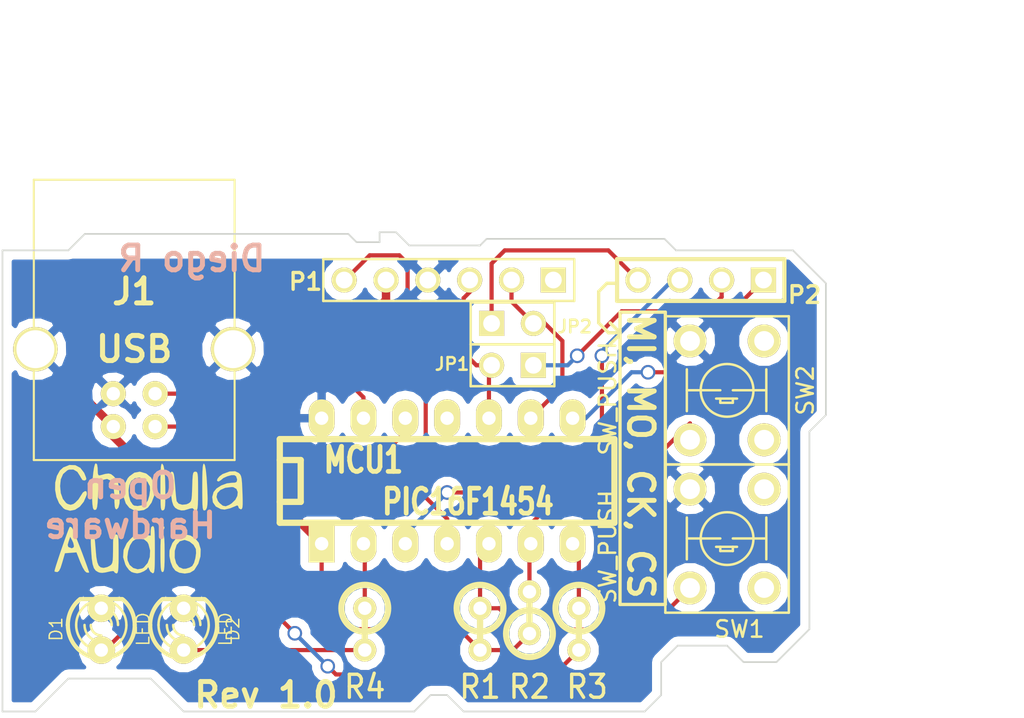
<source format=kicad_pcb>
(kicad_pcb (version 3) (host pcbnew "(2013-07-07 BZR 4022)-stable")

  (general
    (links 31)
    (no_connects 0)
    (area 109.949999 40.150002 175.999998 83.2)
    (thickness 1.6)
    (drawings 53)
    (tracks 107)
    (zones 0)
    (modules 15)
    (nets 18)
  )

  (page A3)
  (layers
    (15 F.Cu signal)
    (0 B.Cu signal)
    (16 B.Adhes user)
    (17 F.Adhes user)
    (18 B.Paste user)
    (19 F.Paste user)
    (20 B.SilkS user)
    (21 F.SilkS user)
    (22 B.Mask user)
    (23 F.Mask user)
    (24 Dwgs.User user)
    (25 Cmts.User user)
    (26 Eco1.User user)
    (27 Eco2.User user)
    (28 Edge.Cuts user)
  )

  (setup
    (last_trace_width 0.254)
    (user_trace_width 0.3048)
    (user_trace_width 0.3556)
    (user_trace_width 0.4064)
    (user_trace_width 0.4572)
    (user_trace_width 0.508)
    (user_trace_width 0.6096)
    (user_trace_width 0.7112)
    (trace_clearance 0.254)
    (zone_clearance 0.508)
    (zone_45_only no)
    (trace_min 0.254)
    (segment_width 0.2)
    (edge_width 0.1)
    (via_size 0.889)
    (via_drill 0.635)
    (via_min_size 0.889)
    (via_min_drill 0.508)
    (uvia_size 0.508)
    (uvia_drill 0.127)
    (uvias_allowed no)
    (uvia_min_size 0.508)
    (uvia_min_drill 0.127)
    (pcb_text_width 0.3)
    (pcb_text_size 1.5 1.5)
    (mod_edge_width 0.15)
    (mod_text_size 1 1)
    (mod_text_width 0.15)
    (pad_size 1.524 1.524)
    (pad_drill 1.016)
    (pad_to_mask_clearance 0)
    (aux_axis_origin 0 0)
    (visible_elements 7FFF7FFF)
    (pcbplotparams
      (layerselection 2097152)
      (usegerberextensions true)
      (excludeedgelayer true)
      (linewidth 0.150000)
      (plotframeref false)
      (viasonmask false)
      (mode 1)
      (useauxorigin false)
      (hpglpennumber 1)
      (hpglpenspeed 20)
      (hpglpendiameter 15)
      (hpglpenoverlay 2)
      (psnegative false)
      (psa4output false)
      (plotreference true)
      (plotvalue false)
      (plotothertext true)
      (plotinvisibletext false)
      (padsonsilk false)
      (subtractmaskfromsilk false)
      (outputformat 1)
      (mirror false)
      (drillshape 0)
      (scaleselection 1)
      (outputdirectory Gerbers/))
  )

  (net 0 "")
  (net 1 /Button1)
  (net 2 /Button2)
  (net 3 /CS)
  (net 4 /D+)
  (net 5 /D-)
  (net 6 /ICSPCLK)
  (net 7 /ICSPDAT)
  (net 8 /LED1)
  (net 9 /LED2)
  (net 10 /MISO)
  (net 11 /MOSI)
  (net 12 /SCLK)
  (net 13 /VPP/MCLR)
  (net 14 GND)
  (net 15 N-0000011)
  (net 16 N-000008)
  (net 17 VCC)

  (net_class Default "This is the default net class."
    (clearance 0.254)
    (trace_width 0.254)
    (via_dia 0.889)
    (via_drill 0.635)
    (uvia_dia 0.508)
    (uvia_drill 0.127)
    (add_net "")
    (add_net /Button1)
    (add_net /Button2)
    (add_net /CS)
    (add_net /D+)
    (add_net /D-)
    (add_net /ICSPCLK)
    (add_net /ICSPDAT)
    (add_net /LED1)
    (add_net /LED2)
    (add_net /MISO)
    (add_net /MOSI)
    (add_net /SCLK)
    (add_net /VPP/MCLR)
    (add_net GND)
    (add_net N-0000011)
    (add_net N-000008)
    (add_net VCC)
  )

  (module pin_array_3x2 (layer F.Cu) (tedit 540CA979) (tstamp 540B5839)
    (at 137.1 56.8 180)
    (descr "Double rangee de contacts 2 x 4 pins")
    (tags CONN)
    (path /540B554C)
    (fp_text reference P1 (at 8.7 -0.1 180) (layer F.SilkS)
      (effects (font (size 1.016 1.016) (thickness 0.2032)))
    )
    (fp_text value CONN_6 (at 0 3.81 180) (layer F.SilkS) hide
      (effects (font (size 1.016 1.016) (thickness 0.2032)))
    )
    (fp_line (start -6.35 -1.27) (end -7.62 -1.27) (layer F.SilkS) (width 0.15))
    (fp_line (start -6.35 -1.27) (end 7.62 -1.27) (layer F.SilkS) (width 0.15))
    (fp_line (start 7.62 -1.27) (end 7.62 1.27) (layer F.SilkS) (width 0.15))
    (fp_line (start 7.62 1.27) (end -7.62 1.27) (layer F.SilkS) (width 0.15))
    (fp_line (start -7.62 1.27) (end -7.62 -1.27) (layer F.SilkS) (width 0.15))
    (pad 1 thru_hole rect (at -6.35 0 180) (size 1.524 1.524) (drill 1.016)
      (layers *.Cu *.Mask F.SilkS)
    )
    (pad 4 thru_hole circle (at 1.27 0 180) (size 1.524 1.524) (drill 1.016)
      (layers *.Cu *.Mask F.SilkS)
      (net 14 GND)
    )
    (pad 2 thru_hole circle (at -3.81 0 180) (size 1.524 1.524) (drill 1.016)
      (layers *.Cu *.Mask F.SilkS)
      (net 6 /ICSPCLK)
    )
    (pad 5 thru_hole circle (at 3.81 0 180) (size 1.524 1.524) (drill 1.016)
      (layers *.Cu *.Mask F.SilkS)
      (net 17 VCC)
    )
    (pad 3 thru_hole circle (at -1.27 0 180) (size 1.524 1.524) (drill 1.016)
      (layers *.Cu *.Mask F.SilkS)
      (net 7 /ICSPDAT)
    )
    (pad 6 thru_hole circle (at 6.35 0 180) (size 1.524 1.524) (drill 1.016)
      (layers *.Cu *.Mask F.SilkS)
      (net 13 /VPP/MCLR)
    )
    (model pin_array/pins_array_3x2.wrl
      (at (xyz 0 0 0))
      (scale (xyz 1 1 1))
      (rotate (xyz 0 0 0))
    )
  )

  (module USB_B (layer F.Cu) (tedit 540B5E03) (tstamp 540B57D5)
    (at 118 61 180)
    (tags USB)
    (path /540B552B)
    (fp_text reference J1 (at 0 3.5 180) (layer F.SilkS)
      (effects (font (size 1.524 1.524) (thickness 0.3048)))
    )
    (fp_text value USB (at 0 0 180) (layer F.SilkS)
      (effects (font (size 1.524 1.524) (thickness 0.3048)))
    )
    (fp_line (start -6.096 10.287) (end 6.096 10.287) (layer F.SilkS) (width 0.127))
    (fp_line (start 6.096 10.287) (end 6.096 -6.731) (layer F.SilkS) (width 0.127))
    (fp_line (start 6.096 -6.731) (end -6.096 -6.731) (layer F.SilkS) (width 0.127))
    (fp_line (start -6.096 -6.731) (end -6.096 10.287) (layer F.SilkS) (width 0.127))
    (pad 1 thru_hole circle (at 1.27 -4.699 180) (size 1.524 1.524) (drill 0.8128)
      (layers *.Cu *.Mask F.SilkS)
      (net 17 VCC)
    )
    (pad 2 thru_hole circle (at -1.27 -4.699 180) (size 1.524 1.524) (drill 0.8128)
      (layers *.Cu *.Mask F.SilkS)
      (net 5 /D-)
    )
    (pad 3 thru_hole circle (at -1.27 -2.70002 180) (size 1.524 1.524) (drill 0.8128)
      (layers *.Cu *.Mask F.SilkS)
      (net 4 /D+)
    )
    (pad 4 thru_hole circle (at 1.27 -2.70002 180) (size 1.524 1.524) (drill 0.8128)
      (layers *.Cu *.Mask F.SilkS)
      (net 14 GND)
    )
    (pad 5 thru_hole circle (at 5.99948 0 180) (size 2.70002 2.70002) (drill 2.30124)
      (layers *.Cu *.Mask F.SilkS)
      (net 14 GND)
    )
    (pad 6 thru_hole circle (at -5.99948 0 180) (size 2.70002 2.70002) (drill 2.30124)
      (layers *.Cu *.Mask F.SilkS)
      (net 14 GND)
    )
    (model connectors/USB_type_B.wrl
      (at (xyz 0 0 0.001))
      (scale (xyz 0.3937 0.3937 0.3937))
      (rotate (xyz 0 0 0))
    )
  )

  (module TactileSW_2 (layer F.Cu) (tedit 540B5DDD) (tstamp 540B57EA)
    (at 148 73 90)
    (path /540B579E)
    (fp_text reference SW1 (at -5 6.75 180) (layer F.SilkS)
      (effects (font (size 1 1) (thickness 0.15)))
    )
    (fp_text value SW_PUSH (at 0 -1.25 90) (layer F.SilkS)
      (effects (font (size 1 1) (thickness 0.15)))
    )
    (fp_line (start 0 5.588) (end -0.254 5.588) (layer F.SilkS) (width 0.15))
    (fp_line (start -0.254 5.588) (end -0.254 6.35) (layer F.SilkS) (width 0.15))
    (fp_line (start -0.254 6.35) (end 0 6.35) (layer F.SilkS) (width 0.15))
    (fp_line (start 0 5.334) (end 0 6.604) (layer F.SilkS) (width 0.15))
    (fp_line (start -0.762 8.382) (end 1.778 8.382) (layer F.SilkS) (width 0.15))
    (fp_line (start 0.508 6.35) (end 0.508 8.382) (layer F.SilkS) (width 0.15))
    (fp_line (start 0.508 3.556) (end 0.508 5.588) (layer F.SilkS) (width 0.15))
    (fp_line (start -0.762 3.556) (end 1.778 3.556) (layer F.SilkS) (width 0.15))
    (fp_circle (center 0.5 6) (end 1.75 7) (layer F.SilkS) (width 0.15))
    (fp_line (start -4 2.25) (end -4 9.75) (layer F.SilkS) (width 0.15))
    (fp_line (start -4 9.75) (end 5 9.75) (layer F.SilkS) (width 0.15))
    (fp_line (start 5 9.75) (end 5 2.25) (layer F.SilkS) (width 0.15))
    (fp_line (start 5 2.25) (end -4 2.25) (layer F.SilkS) (width 0.15))
    (pad 1 thru_hole circle (at -2.5 3.75 90) (size 2 2) (drill 1.2)
      (layers *.Cu *.Mask F.SilkS)
      (net 1 /Button1)
    )
    (pad 2 thru_hole circle (at 3.5 3.75 90) (size 2 2) (drill 1.2)
      (layers *.Cu *.Mask F.SilkS)
      (net 14 GND)
    )
    (pad 3 thru_hole circle (at -2.5 8.25 90) (size 2 2) (drill 1.2)
      (layers *.Cu *.Mask F.SilkS)
    )
    (pad 4 thru_hole circle (at 3.5 8.25 90) (size 2 2) (drill 1.2)
      (layers *.Cu *.Mask F.SilkS)
    )
  )

  (module TactileSW_2 (layer F.Cu) (tedit 540B5DD7) (tstamp 540B57FF)
    (at 148 64 90)
    (path /540B58F2)
    (fp_text reference SW2 (at 0.5 10.75 90) (layer F.SilkS)
      (effects (font (size 1 1) (thickness 0.15)))
    )
    (fp_text value SW_PUSH (at 0 -1.25 90) (layer F.SilkS)
      (effects (font (size 1 1) (thickness 0.15)))
    )
    (fp_line (start 0 5.588) (end -0.254 5.588) (layer F.SilkS) (width 0.15))
    (fp_line (start -0.254 5.588) (end -0.254 6.35) (layer F.SilkS) (width 0.15))
    (fp_line (start -0.254 6.35) (end 0 6.35) (layer F.SilkS) (width 0.15))
    (fp_line (start 0 5.334) (end 0 6.604) (layer F.SilkS) (width 0.15))
    (fp_line (start -0.762 8.382) (end 1.778 8.382) (layer F.SilkS) (width 0.15))
    (fp_line (start 0.508 6.35) (end 0.508 8.382) (layer F.SilkS) (width 0.15))
    (fp_line (start 0.508 3.556) (end 0.508 5.588) (layer F.SilkS) (width 0.15))
    (fp_line (start -0.762 3.556) (end 1.778 3.556) (layer F.SilkS) (width 0.15))
    (fp_circle (center 0.5 6) (end 1.75 7) (layer F.SilkS) (width 0.15))
    (fp_line (start -4 2.25) (end -4 9.75) (layer F.SilkS) (width 0.15))
    (fp_line (start -4 9.75) (end 5 9.75) (layer F.SilkS) (width 0.15))
    (fp_line (start 5 9.75) (end 5 2.25) (layer F.SilkS) (width 0.15))
    (fp_line (start 5 2.25) (end -4 2.25) (layer F.SilkS) (width 0.15))
    (pad 1 thru_hole circle (at -2.5 3.75 90) (size 2 2) (drill 1.2)
      (layers *.Cu *.Mask F.SilkS)
      (net 2 /Button2)
    )
    (pad 2 thru_hole circle (at 3.5 3.75 90) (size 2 2) (drill 1.2)
      (layers *.Cu *.Mask F.SilkS)
      (net 14 GND)
    )
    (pad 3 thru_hole circle (at -2.5 8.25 90) (size 2 2) (drill 1.2)
      (layers *.Cu *.Mask F.SilkS)
    )
    (pad 4 thru_hole circle (at 3.5 8.25 90) (size 2 2) (drill 1.2)
      (layers *.Cu *.Mask F.SilkS)
    )
  )

  (module R1 (layer F.Cu) (tedit 540B5692) (tstamp 540B5807)
    (at 139 78 270)
    (descr "Resistance verticale")
    (tags R)
    (path /540B5829)
    (autoplace_cost90 10)
    (autoplace_cost180 10)
    (fp_text reference R1 (at 3.5 0 360) (layer F.SilkS)
      (effects (font (size 1.397 1.27) (thickness 0.2032)))
    )
    (fp_text value R (at -1.143 2.54 270) (layer F.SilkS) hide
      (effects (font (size 1.397 1.27) (thickness 0.2032)))
    )
    (fp_line (start -1.27 0) (end 1.27 0) (layer F.SilkS) (width 0.381))
    (fp_circle (center -1.27 0) (end -0.635 1.27) (layer F.SilkS) (width 0.381))
    (pad 1 thru_hole circle (at -1.27 0 270) (size 1.397 1.397) (drill 0.8128)
      (layers *.Cu *.Mask F.SilkS)
      (net 1 /Button1)
    )
    (pad 2 thru_hole circle (at 1.27 0 270) (size 1.397 1.397) (drill 0.8128)
      (layers *.Cu *.Mask F.SilkS)
      (net 17 VCC)
    )
    (model discret/verti_resistor.wrl
      (at (xyz 0 0 0))
      (scale (xyz 1 1 1))
      (rotate (xyz 0 0 0))
    )
  )

  (module R1 (layer F.Cu) (tedit 540B568E) (tstamp 540B580F)
    (at 142 77 90)
    (descr "Resistance verticale")
    (tags R)
    (path /540B5901)
    (autoplace_cost90 10)
    (autoplace_cost180 10)
    (fp_text reference R2 (at -4.5 0 180) (layer F.SilkS)
      (effects (font (size 1.397 1.27) (thickness 0.2032)))
    )
    (fp_text value R (at -1.143 2.54 90) (layer F.SilkS) hide
      (effects (font (size 1.397 1.27) (thickness 0.2032)))
    )
    (fp_line (start -1.27 0) (end 1.27 0) (layer F.SilkS) (width 0.381))
    (fp_circle (center -1.27 0) (end -0.635 1.27) (layer F.SilkS) (width 0.381))
    (pad 1 thru_hole circle (at -1.27 0 90) (size 1.397 1.397) (drill 0.8128)
      (layers *.Cu *.Mask F.SilkS)
      (net 17 VCC)
    )
    (pad 2 thru_hole circle (at 1.27 0 90) (size 1.397 1.397) (drill 0.8128)
      (layers *.Cu *.Mask F.SilkS)
      (net 2 /Button2)
    )
    (model discret/verti_resistor.wrl
      (at (xyz 0 0 0))
      (scale (xyz 1 1 1))
      (rotate (xyz 0 0 0))
    )
  )

  (module R1 (layer F.Cu) (tedit 540B568B) (tstamp 540B5817)
    (at 145 78 270)
    (descr "Resistance verticale")
    (tags R)
    (path /540B5929)
    (autoplace_cost90 10)
    (autoplace_cost180 10)
    (fp_text reference R3 (at 3.5 -0.5 360) (layer F.SilkS)
      (effects (font (size 1.397 1.27) (thickness 0.2032)))
    )
    (fp_text value R (at -1.143 2.54 270) (layer F.SilkS) hide
      (effects (font (size 1.397 1.27) (thickness 0.2032)))
    )
    (fp_line (start -1.27 0) (end 1.27 0) (layer F.SilkS) (width 0.381))
    (fp_circle (center -1.27 0) (end -0.635 1.27) (layer F.SilkS) (width 0.381))
    (pad 1 thru_hole circle (at -1.27 0 270) (size 1.397 1.397) (drill 0.8128)
      (layers *.Cu *.Mask F.SilkS)
      (net 9 /LED2)
    )
    (pad 2 thru_hole circle (at 1.27 0 270) (size 1.397 1.397) (drill 0.8128)
      (layers *.Cu *.Mask F.SilkS)
      (net 16 N-000008)
    )
    (model discret/verti_resistor.wrl
      (at (xyz 0 0 0))
      (scale (xyz 1 1 1))
      (rotate (xyz 0 0 0))
    )
  )

  (module R1 (layer F.Cu) (tedit 540B5695) (tstamp 540B581F)
    (at 132 78 270)
    (descr "Resistance verticale")
    (tags R)
    (path /540B592F)
    (autoplace_cost90 10)
    (autoplace_cost180 10)
    (fp_text reference R4 (at 3.5 0 360) (layer F.SilkS)
      (effects (font (size 1.397 1.27) (thickness 0.2032)))
    )
    (fp_text value R (at -1.143 2.54 270) (layer F.SilkS) hide
      (effects (font (size 1.397 1.27) (thickness 0.2032)))
    )
    (fp_line (start -1.27 0) (end 1.27 0) (layer F.SilkS) (width 0.381))
    (fp_circle (center -1.27 0) (end -0.635 1.27) (layer F.SilkS) (width 0.381))
    (pad 1 thru_hole circle (at -1.27 0 270) (size 1.397 1.397) (drill 0.8128)
      (layers *.Cu *.Mask F.SilkS)
      (net 8 /LED1)
    )
    (pad 2 thru_hole circle (at 1.27 0 270) (size 1.397 1.397) (drill 0.8128)
      (layers *.Cu *.Mask F.SilkS)
      (net 15 N-0000011)
    )
    (model discret/verti_resistor.wrl
      (at (xyz 0 0 0))
      (scale (xyz 1 1 1))
      (rotate (xyz 0 0 0))
    )
  )

  (module PIN_ARRAY_4x1 (layer F.Cu) (tedit 540CA953) (tstamp 540B582B)
    (at 152.4 56.8 180)
    (descr "Double rangee de contacts 2 x 5 pins")
    (tags CONN)
    (path /540B5605)
    (fp_text reference P2 (at -6.3 -0.9 180) (layer F.SilkS)
      (effects (font (size 1.016 1.016) (thickness 0.2032)))
    )
    (fp_text value CONN_4 (at 0 2.54 180) (layer F.SilkS) hide
      (effects (font (size 1.016 1.016) (thickness 0.2032)))
    )
    (fp_line (start 5.08 1.27) (end -5.08 1.27) (layer F.SilkS) (width 0.254))
    (fp_line (start 5.08 -1.27) (end -5.08 -1.27) (layer F.SilkS) (width 0.254))
    (fp_line (start -5.08 -1.27) (end -5.08 1.27) (layer F.SilkS) (width 0.254))
    (fp_line (start 5.08 1.27) (end 5.08 -1.27) (layer F.SilkS) (width 0.254))
    (pad 1 thru_hole rect (at -3.81 0 180) (size 1.524 1.524) (drill 1.016)
      (layers *.Cu *.Mask F.SilkS)
      (net 3 /CS)
    )
    (pad 2 thru_hole circle (at -1.27 0 180) (size 1.524 1.524) (drill 1.016)
      (layers *.Cu *.Mask F.SilkS)
      (net 12 /SCLK)
    )
    (pad 3 thru_hole circle (at 1.27 0 180) (size 1.524 1.524) (drill 1.016)
      (layers *.Cu *.Mask F.SilkS)
      (net 11 /MOSI)
    )
    (pad 4 thru_hole circle (at 3.81 0 180) (size 1.524 1.524) (drill 1.016)
      (layers *.Cu *.Mask F.SilkS)
      (net 10 /MISO)
    )
    (model pin_array\pins_array_4x1.wrl
      (at (xyz 0 0 0))
      (scale (xyz 1 1 1))
      (rotate (xyz 0 0 0))
    )
  )

  (module PIN_ARRAY_2X1 (layer F.Cu) (tedit 540B56D4) (tstamp 540B5843)
    (at 140.97 59.436)
    (descr "Connecteurs 2 pins")
    (tags "CONN DEV")
    (path /540B556E)
    (fp_text reference JP2 (at 3.78 0.19) (layer F.SilkS)
      (effects (font (size 0.762 0.762) (thickness 0.1524)))
    )
    (fp_text value JUMPER (at 0 -1.905) (layer F.SilkS) hide
      (effects (font (size 0.762 0.762) (thickness 0.1524)))
    )
    (fp_line (start -2.54 1.27) (end -2.54 -1.27) (layer F.SilkS) (width 0.1524))
    (fp_line (start -2.54 -1.27) (end 2.54 -1.27) (layer F.SilkS) (width 0.1524))
    (fp_line (start 2.54 -1.27) (end 2.54 1.27) (layer F.SilkS) (width 0.1524))
    (fp_line (start 2.54 1.27) (end -2.54 1.27) (layer F.SilkS) (width 0.1524))
    (pad 1 thru_hole rect (at -1.27 0) (size 1.524 1.524) (drill 1.016)
      (layers *.Cu *.Mask F.SilkS)
      (net 10 /MISO)
    )
    (pad 2 thru_hole circle (at 1.27 0) (size 1.524 1.524) (drill 1.016)
      (layers *.Cu *.Mask F.SilkS)
      (net 6 /ICSPCLK)
    )
    (model pin_array/pins_array_2x1.wrl
      (at (xyz 0 0 0))
      (scale (xyz 1 1 1))
      (rotate (xyz 0 0 0))
    )
  )

  (module PIN_ARRAY_2X1 (layer F.Cu) (tedit 540CA976) (tstamp 540B584D)
    (at 140.97 61.976 180)
    (descr "Connecteurs 2 pins")
    (tags "CONN DEV")
    (path /540B5568)
    (fp_text reference JP1 (at 3.67 0.076 180) (layer F.SilkS)
      (effects (font (size 0.762 0.762) (thickness 0.1524)))
    )
    (fp_text value JUMPER (at 0 -1.905 180) (layer F.SilkS) hide
      (effects (font (size 0.762 0.762) (thickness 0.1524)))
    )
    (fp_line (start -2.54 1.27) (end -2.54 -1.27) (layer F.SilkS) (width 0.1524))
    (fp_line (start -2.54 -1.27) (end 2.54 -1.27) (layer F.SilkS) (width 0.1524))
    (fp_line (start 2.54 -1.27) (end 2.54 1.27) (layer F.SilkS) (width 0.1524))
    (fp_line (start 2.54 1.27) (end -2.54 1.27) (layer F.SilkS) (width 0.1524))
    (pad 1 thru_hole rect (at -1.27 0 180) (size 1.524 1.524) (drill 1.016)
      (layers *.Cu *.Mask F.SilkS)
      (net 12 /SCLK)
    )
    (pad 2 thru_hole circle (at 1.27 0 180) (size 1.524 1.524) (drill 1.016)
      (layers *.Cu *.Mask F.SilkS)
      (net 7 /ICSPDAT)
    )
    (model pin_array/pins_array_2x1.wrl
      (at (xyz 0 0 0))
      (scale (xyz 1 1 1))
      (rotate (xyz 0 0 0))
    )
  )

  (module LED-3MM (layer F.Cu) (tedit 540B5D6A) (tstamp 540B5866)
    (at 116 78 90)
    (descr "LED 3mm - Lead pitch 100mil (2,54mm)")
    (tags "LED led 3mm 3MM 100mil 2,54mm")
    (path /540B5916)
    (fp_text reference D1 (at 0 -2.75 90) (layer F.SilkS)
      (effects (font (size 0.762 0.762) (thickness 0.0889)))
    )
    (fp_text value LED (at 0 2.54 90) (layer F.SilkS)
      (effects (font (size 0.762 0.762) (thickness 0.0889)))
    )
    (fp_line (start 1.8288 1.27) (end 1.8288 -1.27) (layer F.SilkS) (width 0.254))
    (fp_arc (start 0.254 0) (end -1.27 0) (angle 39.8) (layer F.SilkS) (width 0.1524))
    (fp_arc (start 0.254 0) (end -0.88392 1.01092) (angle 41.6) (layer F.SilkS) (width 0.1524))
    (fp_arc (start 0.254 0) (end 1.4097 -0.9906) (angle 40.6) (layer F.SilkS) (width 0.1524))
    (fp_arc (start 0.254 0) (end 1.778 0) (angle 39.8) (layer F.SilkS) (width 0.1524))
    (fp_arc (start 0.254 0) (end 0.254 -1.524) (angle 54.4) (layer F.SilkS) (width 0.1524))
    (fp_arc (start 0.254 0) (end -0.9652 -0.9144) (angle 53.1) (layer F.SilkS) (width 0.1524))
    (fp_arc (start 0.254 0) (end 1.45542 0.93472) (angle 52.1) (layer F.SilkS) (width 0.1524))
    (fp_arc (start 0.254 0) (end 0.254 1.524) (angle 52.1) (layer F.SilkS) (width 0.1524))
    (fp_arc (start 0.254 0) (end -0.381 0) (angle 90) (layer F.SilkS) (width 0.1524))
    (fp_arc (start 0.254 0) (end -0.762 0) (angle 90) (layer F.SilkS) (width 0.1524))
    (fp_arc (start 0.254 0) (end 0.889 0) (angle 90) (layer F.SilkS) (width 0.1524))
    (fp_arc (start 0.254 0) (end 1.27 0) (angle 90) (layer F.SilkS) (width 0.1524))
    (fp_arc (start 0.254 0) (end 0.254 -2.032) (angle 50.1) (layer F.SilkS) (width 0.254))
    (fp_arc (start 0.254 0) (end -1.5367 -0.95504) (angle 61.9) (layer F.SilkS) (width 0.254))
    (fp_arc (start 0.254 0) (end 1.8034 1.31064) (angle 49.7) (layer F.SilkS) (width 0.254))
    (fp_arc (start 0.254 0) (end 0.254 2.032) (angle 60.2) (layer F.SilkS) (width 0.254))
    (fp_arc (start 0.254 0) (end -1.778 0) (angle 28.3) (layer F.SilkS) (width 0.254))
    (fp_arc (start 0.254 0) (end -1.47574 1.06426) (angle 31.6) (layer F.SilkS) (width 0.254))
    (pad 1 thru_hole circle (at -1.27 0 90) (size 1.6764 1.6764) (drill 0.8128)
      (layers *.Cu *.Mask F.SilkS)
      (net 16 N-000008)
    )
    (pad 2 thru_hole circle (at 1.27 0 90) (size 1.6764 1.6764) (drill 0.8128)
      (layers *.Cu *.Mask F.SilkS)
      (net 14 GND)
    )
    (model discret/leds/led3_vertical_verde.wrl
      (at (xyz 0 0 0))
      (scale (xyz 1 1 1))
      (rotate (xyz 0 0 0))
    )
  )

  (module LED-3MM (layer F.Cu) (tedit 540B5D68) (tstamp 540B587F)
    (at 121 78 90)
    (descr "LED 3mm - Lead pitch 100mil (2,54mm)")
    (tags "LED led 3mm 3MM 100mil 2,54mm")
    (path /540B5923)
    (fp_text reference D2 (at 0 3 90) (layer F.SilkS)
      (effects (font (size 0.762 0.762) (thickness 0.0889)))
    )
    (fp_text value LED (at 0 2.54 90) (layer F.SilkS)
      (effects (font (size 0.762 0.762) (thickness 0.0889)))
    )
    (fp_line (start 1.8288 1.27) (end 1.8288 -1.27) (layer F.SilkS) (width 0.254))
    (fp_arc (start 0.254 0) (end -1.27 0) (angle 39.8) (layer F.SilkS) (width 0.1524))
    (fp_arc (start 0.254 0) (end -0.88392 1.01092) (angle 41.6) (layer F.SilkS) (width 0.1524))
    (fp_arc (start 0.254 0) (end 1.4097 -0.9906) (angle 40.6) (layer F.SilkS) (width 0.1524))
    (fp_arc (start 0.254 0) (end 1.778 0) (angle 39.8) (layer F.SilkS) (width 0.1524))
    (fp_arc (start 0.254 0) (end 0.254 -1.524) (angle 54.4) (layer F.SilkS) (width 0.1524))
    (fp_arc (start 0.254 0) (end -0.9652 -0.9144) (angle 53.1) (layer F.SilkS) (width 0.1524))
    (fp_arc (start 0.254 0) (end 1.45542 0.93472) (angle 52.1) (layer F.SilkS) (width 0.1524))
    (fp_arc (start 0.254 0) (end 0.254 1.524) (angle 52.1) (layer F.SilkS) (width 0.1524))
    (fp_arc (start 0.254 0) (end -0.381 0) (angle 90) (layer F.SilkS) (width 0.1524))
    (fp_arc (start 0.254 0) (end -0.762 0) (angle 90) (layer F.SilkS) (width 0.1524))
    (fp_arc (start 0.254 0) (end 0.889 0) (angle 90) (layer F.SilkS) (width 0.1524))
    (fp_arc (start 0.254 0) (end 1.27 0) (angle 90) (layer F.SilkS) (width 0.1524))
    (fp_arc (start 0.254 0) (end 0.254 -2.032) (angle 50.1) (layer F.SilkS) (width 0.254))
    (fp_arc (start 0.254 0) (end -1.5367 -0.95504) (angle 61.9) (layer F.SilkS) (width 0.254))
    (fp_arc (start 0.254 0) (end 1.8034 1.31064) (angle 49.7) (layer F.SilkS) (width 0.254))
    (fp_arc (start 0.254 0) (end 0.254 2.032) (angle 60.2) (layer F.SilkS) (width 0.254))
    (fp_arc (start 0.254 0) (end -1.778 0) (angle 28.3) (layer F.SilkS) (width 0.254))
    (fp_arc (start 0.254 0) (end -1.47574 1.06426) (angle 31.6) (layer F.SilkS) (width 0.254))
    (pad 1 thru_hole circle (at -1.27 0 90) (size 1.6764 1.6764) (drill 0.8128)
      (layers *.Cu *.Mask F.SilkS)
      (net 15 N-0000011)
    )
    (pad 2 thru_hole circle (at 1.27 0 90) (size 1.6764 1.6764) (drill 0.8128)
      (layers *.Cu *.Mask F.SilkS)
      (net 14 GND)
    )
    (model discret/leds/led3_vertical_verde.wrl
      (at (xyz 0 0 0))
      (scale (xyz 1 1 1))
      (rotate (xyz 0 0 0))
    )
  )

  (module DIP-14__300_ELL (layer F.Cu) (tedit 200000) (tstamp 540B5898)
    (at 137 69)
    (descr "14 pins DIL package, elliptical pads")
    (tags DIL)
    (path /540B5525)
    (fp_text reference MCU1 (at -5.08 -1.27) (layer F.SilkS)
      (effects (font (size 1.524 1.143) (thickness 0.3048)))
    )
    (fp_text value PIC16F1454 (at 1.27 1.27) (layer F.SilkS)
      (effects (font (size 1.524 1.143) (thickness 0.3048)))
    )
    (fp_line (start -10.16 -2.54) (end 10.16 -2.54) (layer F.SilkS) (width 0.381))
    (fp_line (start 10.16 2.54) (end -10.16 2.54) (layer F.SilkS) (width 0.381))
    (fp_line (start -10.16 2.54) (end -10.16 -2.54) (layer F.SilkS) (width 0.381))
    (fp_line (start -10.16 -1.27) (end -8.89 -1.27) (layer F.SilkS) (width 0.381))
    (fp_line (start -8.89 -1.27) (end -8.89 1.27) (layer F.SilkS) (width 0.381))
    (fp_line (start -8.89 1.27) (end -10.16 1.27) (layer F.SilkS) (width 0.381))
    (fp_line (start 10.16 -2.54) (end 10.16 2.54) (layer F.SilkS) (width 0.381))
    (pad 1 thru_hole rect (at -7.62 3.81) (size 1.5748 2.286) (drill 0.8128)
      (layers *.Cu *.Mask F.SilkS)
      (net 17 VCC)
    )
    (pad 2 thru_hole oval (at -5.08 3.81) (size 1.5748 2.286) (drill 0.8128)
      (layers *.Cu *.Mask F.SilkS)
      (net 8 /LED1)
    )
    (pad 3 thru_hole oval (at -2.54 3.81) (size 1.5748 2.286) (drill 0.8128)
      (layers *.Cu *.Mask F.SilkS)
      (net 11 /MOSI)
    )
    (pad 4 thru_hole oval (at 0 3.81) (size 1.5748 2.286) (drill 0.8128)
      (layers *.Cu *.Mask F.SilkS)
      (net 13 /VPP/MCLR)
    )
    (pad 5 thru_hole oval (at 2.54 3.81) (size 1.5748 2.286) (drill 0.8128)
      (layers *.Cu *.Mask F.SilkS)
      (net 1 /Button1)
    )
    (pad 6 thru_hole oval (at 5.08 3.81) (size 1.5748 2.286) (drill 0.8128)
      (layers *.Cu *.Mask F.SilkS)
      (net 2 /Button2)
    )
    (pad 7 thru_hole oval (at 7.62 3.81) (size 1.5748 2.286) (drill 0.8128)
      (layers *.Cu *.Mask F.SilkS)
      (net 9 /LED2)
    )
    (pad 8 thru_hole oval (at 7.62 -3.81) (size 1.5748 2.286) (drill 0.8128)
      (layers *.Cu *.Mask F.SilkS)
      (net 3 /CS)
    )
    (pad 9 thru_hole oval (at 5.08 -3.81) (size 1.5748 2.286) (drill 0.8128)
      (layers *.Cu *.Mask F.SilkS)
      (net 6 /ICSPCLK)
    )
    (pad 10 thru_hole oval (at 2.54 -3.81) (size 1.5748 2.286) (drill 0.8128)
      (layers *.Cu *.Mask F.SilkS)
      (net 7 /ICSPDAT)
    )
    (pad 11 thru_hole oval (at 0 -3.81) (size 1.5748 2.286) (drill 0.8128)
      (layers *.Cu *.Mask F.SilkS)
    )
    (pad 12 thru_hole oval (at -2.54 -3.81) (size 1.5748 2.286) (drill 0.8128)
      (layers *.Cu *.Mask F.SilkS)
      (net 5 /D-)
    )
    (pad 13 thru_hole oval (at -5.08 -3.81) (size 1.5748 2.286) (drill 0.8128)
      (layers *.Cu *.Mask F.SilkS)
      (net 4 /D+)
    )
    (pad 14 thru_hole oval (at -7.62 -3.81) (size 1.5748 2.286) (drill 0.8128)
      (layers *.Cu *.Mask F.SilkS)
      (net 14 GND)
    )
    (model dil/dil_14.wrl
      (at (xyz 0 0 0))
      (scale (xyz 1 1 1))
      (rotate (xyz 0 0 0))
    )
  )

  (module Logo_1 (layer F.Cu) (tedit 0) (tstamp 540B5F1E)
    (at 119 72.5)
    (fp_text reference G*** (at 0 6.26364) (layer F.SilkS) hide
      (effects (font (size 1.524 1.524) (thickness 0.3048)))
    )
    (fp_text value Logo_1 (at 0 -6.26364) (layer F.SilkS) hide
      (effects (font (size 1.524 1.524) (thickness 0.3048)))
    )
    (fp_poly (pts (xy -3.73888 2.06502) (xy -3.8354 2.06756) (xy -3.90398 2.05486) (xy -4.00304 1.96342)
      (xy -4.13258 1.74752) (xy -4.2672 1.44526) (xy -4.27228 1.43256) (xy -4.50596 0.8382)
      (xy -4.6609 0.84836) (xy -4.6609 0.4445) (xy -4.70154 0.25908) (xy -4.7752 0.09398)
      (xy -4.88696 -0.10668) (xy -4.98348 0.17526) (xy -5.03936 0.381) (xy -5.01142 0.49276)
      (xy -4.97586 0.52324) (xy -4.79044 0.58928) (xy -4.67868 0.53086) (xy -4.6609 0.4445)
      (xy -4.6609 0.84836) (xy -4.85648 0.8636) (xy -5.207 0.889) (xy -5.3721 1.4605)
      (xy -5.4737 1.78054) (xy -5.56514 1.96088) (xy -5.65912 2.02946) (xy -5.6896 2.032)
      (xy -5.8166 2.00914) (xy -5.842 1.98374) (xy -5.8166 1.8669) (xy -5.74548 1.62814)
      (xy -5.6388 1.30048) (xy -5.5118 0.91694) (xy -5.3721 0.51054) (xy -5.23494 0.11684)
      (xy -5.10794 -0.23622) (xy -5.0038 -0.51562) (xy -4.93268 -0.68326) (xy -4.91236 -0.71882)
      (xy -4.81584 -0.69596) (xy -4.75488 -0.61468) (xy -4.68884 -0.4699) (xy -4.58216 -0.21082)
      (xy -4.45008 0.12446) (xy -4.30022 0.508) (xy -4.14782 0.90678) (xy -4.00558 1.29286)
      (xy -3.88112 1.63068) (xy -3.78968 1.88976) (xy -3.74142 2.03962) (xy -3.73888 2.06502)
      (xy -3.73888 2.06502)) (layer F.SilkS) (width 0.00254))
    (fp_poly (pts (xy -1.94818 0.93218) (xy -1.95072 1.4097) (xy -1.96088 1.74244) (xy -1.97866 1.9558)
      (xy -2.00914 2.0701) (xy -2.05486 2.11328) (xy -2.07518 2.11836) (xy -2.18694 2.06756)
      (xy -2.20218 2.02438) (xy -2.2733 1.9685) (xy -2.43332 1.98628) (xy -2.74574 2.0574)
      (xy -2.9464 2.0828) (xy -3.09372 2.06756) (xy -3.19024 2.03454) (xy -3.3401 1.9431)
      (xy -3.44932 1.79324) (xy -3.52552 1.55702) (xy -3.57886 1.21158) (xy -3.61442 0.7239)
      (xy -3.61696 0.67056) (xy -3.63728 0.26162) (xy -3.63982 -0.00762) (xy -3.62458 -0.1651)
      (xy -3.58902 -0.23622) (xy -3.53568 -0.254) (xy -3.47218 -0.22352) (xy -3.42646 -0.11684)
      (xy -3.38836 0.09652) (xy -3.35788 0.43942) (xy -3.34264 0.64008) (xy -3.302 1.10744)
      (xy -3.24358 1.43256) (xy -3.1623 1.63576) (xy -3.04546 1.74244) (xy -2.88036 1.778)
      (xy -2.84988 1.778) (xy -2.63652 1.72974) (xy -2.47396 1.64592) (xy -2.39014 1.5748)
      (xy -2.33426 1.47828) (xy -2.30378 1.3208) (xy -2.29108 1.06934) (xy -2.286 0.68834)
      (xy -2.286 0.62992) (xy -2.28346 0.23622) (xy -2.2733 -0.02032) (xy -2.25044 -0.16764)
      (xy -2.20726 -0.23622) (xy -2.13614 -0.254) (xy -2.11582 -0.254) (xy -2.04978 -0.24384)
      (xy -2.00406 -0.20066) (xy -1.97358 -0.09652) (xy -1.9558 0.09652) (xy -1.95072 0.39878)
      (xy -1.94818 0.84328) (xy -1.94818 0.93218) (xy -1.94818 0.93218)) (layer F.SilkS) (width 0.00254))
    (fp_poly (pts (xy 0.254 0.68326) (xy 0.25146 1.21158) (xy 0.24638 1.59258) (xy 0.23368 1.84912)
      (xy 0.21336 2.00406) (xy 0.18288 2.0828) (xy 0.13716 2.10312) (xy 0.10922 2.10058)
      (xy -0.02032 2.0066) (xy -0.03556 1.97612) (xy -0.03556 0.71882) (xy -0.13462 0.33782)
      (xy -0.20574 0.20828) (xy -0.40386 0.04826) (xy -0.66802 -0.00508) (xy -0.9398 0.05588)
      (xy -1.09728 0.1651) (xy -1.2573 0.41402) (xy -1.36906 0.75438) (xy -1.41732 1.11252)
      (xy -1.40208 1.32334) (xy -1.27762 1.6002) (xy -1.05918 1.78562) (xy -0.7874 1.86436)
      (xy -0.51308 1.81356) (xy -0.41656 1.75514) (xy -0.18288 1.47828) (xy -0.05334 1.11506)
      (xy -0.03556 0.71882) (xy -0.03556 1.97612) (xy -0.09398 1.86182) (xy -0.1397 1.74244)
      (xy -0.16256 1.75514) (xy -0.2413 1.8669) (xy -0.4191 1.98628) (xy -0.63754 2.07772)
      (xy -0.82296 2.11074) (xy -1.02362 2.07518) (xy -1.16332 2.02946) (xy -1.31318 1.91008)
      (xy -1.4732 1.69672) (xy -1.5367 1.57988) (xy -1.67386 1.12776) (xy -1.64592 0.69088)
      (xy -1.45034 0.2794) (xy -1.25984 0.05588) (xy -1.06172 -0.13462) (xy -0.90678 -0.22606)
      (xy -0.7239 -0.24892) (xy -0.46482 -0.2286) (xy 0 -0.18034) (xy 0 -0.47244)
      (xy 0.02794 -0.68834) (xy 0.11938 -0.762) (xy 0.127 -0.762) (xy 0.17272 -0.73914)
      (xy 0.20828 -0.6604) (xy 0.23114 -0.49784) (xy 0.24384 -0.23368) (xy 0.25146 0.15494)
      (xy 0.254 0.68326) (xy 0.254 0.68326)) (layer F.SilkS) (width 0.00254))
    (fp_poly (pts (xy 3.0353 0.64516) (xy 3.0226 1.08458) (xy 2.89306 1.51892) (xy 2.7559 1.73482)
      (xy 2.7559 0.89154) (xy 2.74574 0.64262) (xy 2.7432 0.63246) (xy 2.6035 0.381)
      (xy 2.35966 0.18288) (xy 2.07772 0.08636) (xy 2.03454 0.08636) (xy 1.76784 0.16256)
      (xy 1.5748 0.381) (xy 1.46558 0.72898) (xy 1.46304 0.75184) (xy 1.45796 1.1684)
      (xy 1.5494 1.50368) (xy 1.72466 1.73228) (xy 1.9685 1.83642) (xy 2.1463 1.8288)
      (xy 2.36982 1.75514) (xy 2.52476 1.66116) (xy 2.63144 1.47574) (xy 2.71272 1.1938)
      (xy 2.7559 0.89154) (xy 2.7559 1.73482) (xy 2.65684 1.89484) (xy 2.62636 1.92786)
      (xy 2.38506 2.07264) (xy 2.06756 2.12344) (xy 1.7399 2.07264) (xy 1.4986 1.94818)
      (xy 1.33604 1.73736) (xy 1.21158 1.4224) (xy 1.14046 1.07188) (xy 1.143 0.7493)
      (xy 1.15316 0.69342) (xy 1.31826 0.26924) (xy 1.56718 -0.04064) (xy 1.88214 -0.21844)
      (xy 2.11582 -0.254) (xy 2.42062 -0.18288) (xy 2.71272 0.00254) (xy 2.91846 0.25146)
      (xy 3.0353 0.64516) (xy 3.0353 0.64516)) (layer F.SilkS) (width 0.00254))
    (fp_poly (pts (xy 0.84582 0.889) (xy 0.84328 1.3589) (xy 0.83312 1.68148) (xy 0.8128 1.88468)
      (xy 0.78232 1.9939) (xy 0.73406 2.032) (xy 0.71882 2.032) (xy 0.66802 2.00914)
      (xy 0.63246 1.92024) (xy 0.6096 1.74244) (xy 0.5969 1.45034) (xy 0.59182 1.01854)
      (xy 0.59182 0.889) (xy 0.59436 0.42164) (xy 0.60452 0.09652) (xy 0.62484 -0.10668)
      (xy 0.65786 -0.2159) (xy 0.70612 -0.25146) (xy 0.71882 -0.254) (xy 0.77216 -0.2286)
      (xy 0.80772 -0.1397) (xy 0.83058 0.0381) (xy 0.84074 0.3302) (xy 0.84582 0.75946)
      (xy 0.84582 0.889) (xy 0.84582 0.889)) (layer F.SilkS) (width 0.00254))
    (fp_poly (pts (xy 0.83312 -0.62992) (xy 0.75184 -0.4826) (xy 0.69088 -0.44196) (xy 0.60706 -0.46736)
      (xy 0.60452 -0.55372) (xy 0.6858 -0.70358) (xy 0.7493 -0.74422) (xy 0.83312 -0.71882)
      (xy 0.83312 -0.62992) (xy 0.83312 -0.62992)) (layer F.SilkS) (width 0.00254))
    (fp_poly (pts (xy -3.8735 -2.72034) (xy -3.89128 -2.63652) (xy -4.064 -2.23774) (xy -4.3053 -1.93802)
      (xy -4.59486 -1.75006) (xy -4.9022 -1.69164) (xy -5.20192 -1.77292) (xy -5.30352 -1.84404)
      (xy -5.56006 -2.14122) (xy -5.72516 -2.5273) (xy -5.8039 -2.9591) (xy -5.79628 -3.39852)
      (xy -5.69722 -3.80492) (xy -5.5118 -4.13766) (xy -5.30352 -4.32308) (xy -4.93268 -4.4704)
      (xy -4.57962 -4.4577) (xy -4.27482 -4.29768) (xy -4.04368 -3.99796) (xy -4.0132 -3.92938)
      (xy -3.92684 -3.71348) (xy -3.90652 -3.6068) (xy -3.95224 -3.55346) (xy -4.02082 -3.52552)
      (xy -4.14274 -3.55346) (xy -4.25958 -3.73888) (xy -4.27228 -3.76936) (xy -4.45262 -4.0513)
      (xy -4.69138 -4.19354) (xy -4.96062 -4.18846) (xy -5.06476 -4.14274) (xy -5.31876 -3.91922)
      (xy -5.461 -3.59156) (xy -5.50164 -3.19278) (xy -5.45846 -2.76098) (xy -5.33146 -2.40538)
      (xy -5.13588 -2.16154) (xy -5.03936 -2.10058) (xy -4.86156 -2.04978) (xy -4.699 -2.09804)
      (xy -4.59232 -2.1717) (xy -4.38912 -2.3749) (xy -4.23926 -2.60858) (xy -4.1148 -2.80162)
      (xy -3.9878 -2.88544) (xy -3.89636 -2.86004) (xy -3.8735 -2.72034) (xy -3.8735 -2.72034)) (layer F.SilkS) (width 0.00254))
    (fp_poly (pts (xy -1.87706 -2.49174) (xy -1.89484 -2.1336) (xy -1.9558 -1.88976) (xy -2.05486 -1.78054)
      (xy -2.07772 -1.778) (xy -2.14376 -1.81356) (xy -2.18186 -1.94564) (xy -2.19964 -2.19964)
      (xy -2.20218 -2.4003) (xy -2.21488 -2.75082) (xy -2.2479 -3.07086) (xy -2.29362 -3.2893)
      (xy -2.44094 -3.52552) (xy -2.64922 -3.62204) (xy -2.87528 -3.57124) (xy -2.98704 -3.48488)
      (xy -3.07594 -3.3655) (xy -3.1369 -3.19786) (xy -3.175 -2.94132) (xy -3.2004 -2.5654)
      (xy -3.22326 -2.16916) (xy -3.25374 -1.91516) (xy -3.29946 -1.78054) (xy -3.36804 -1.73736)
      (xy -3.44932 -1.7526) (xy -3.5052 -1.85166) (xy -3.53822 -2.0828) (xy -3.556 -2.41046)
      (xy -3.55854 -2.80162) (xy -3.54584 -3.22072) (xy -3.52298 -3.63474) (xy -3.48488 -4.01066)
      (xy -3.43916 -4.31546) (xy -3.38582 -4.51358) (xy -3.33248 -4.572) (xy -3.25374 -4.50342)
      (xy -3.22072 -4.2926) (xy -3.21818 -4.18592) (xy -3.20802 -3.9497) (xy -3.16992 -3.84556)
      (xy -3.0861 -3.83794) (xy -3.06832 -3.84302) (xy -2.7559 -3.92684) (xy -2.5527 -3.95224)
      (xy -2.40284 -3.90906) (xy -2.25806 -3.79476) (xy -2.21234 -3.74904) (xy -2.06756 -3.57378)
      (xy -1.97866 -3.37312) (xy -1.92278 -3.0861) (xy -1.905 -2.93624) (xy -1.87706 -2.49174)
      (xy -1.87706 -2.49174)) (layer F.SilkS) (width 0.00254))
    (fp_poly (pts (xy 0.24892 -2.99466) (xy 0.20574 -2.58318) (xy 0.05334 -2.1844) (xy -0.0381 -2.05994)
      (xy -0.0381 -2.91846) (xy -0.04826 -3.16738) (xy -0.0508 -3.17754) (xy -0.1905 -3.44932)
      (xy -0.41656 -3.62966) (xy -0.68834 -3.7084) (xy -0.95758 -3.66776) (xy -1.17856 -3.50266)
      (xy -1.30048 -3.24612) (xy -1.3462 -2.921) (xy -1.3208 -2.58318) (xy -1.23444 -2.27838)
      (xy -1.08712 -2.05994) (xy -0.99822 -2.00152) (xy -0.79502 -1.97612) (xy -0.53848 -2.0193)
      (xy -0.32004 -2.1082) (xy -0.26924 -2.14884) (xy -0.16256 -2.33426) (xy -0.08128 -2.6162)
      (xy -0.0381 -2.91846) (xy -0.0381 -2.05994) (xy -0.16764 -1.88214) (xy -0.40894 -1.73736)
      (xy -0.7239 -1.68656) (xy -1.05156 -1.73736) (xy -1.29032 -1.85928) (xy -1.5113 -2.1336)
      (xy -1.63322 -2.49682) (xy -1.65354 -2.90576) (xy -1.5748 -3.30708) (xy -1.397 -3.66014)
      (xy -1.29794 -3.77698) (xy -0.98806 -4.00304) (xy -0.66294 -4.06146) (xy -0.29972 -3.95986)
      (xy -0.25146 -3.93446) (xy 0.02032 -3.70586) (xy 0.18796 -3.38074) (xy 0.24892 -2.99466)
      (xy 0.24892 -2.99466)) (layer F.SilkS) (width 0.00254))
    (fp_poly (pts (xy 0.89154 -2.6797) (xy 0.88646 -2.26568) (xy 0.87376 -1.98882) (xy 0.84836 -1.82372)
      (xy 0.80772 -1.74244) (xy 0.74168 -1.70942) (xy 0.6858 -1.71196) (xy 0.6477 -1.75514)
      (xy 0.61976 -1.86182) (xy 0.60452 -2.0574) (xy 0.5969 -2.3622) (xy 0.59182 -2.80162)
      (xy 0.59182 -3.13436) (xy 0.59436 -3.683) (xy 0.60452 -4.08178) (xy 0.61976 -4.34848)
      (xy 0.6477 -4.49834) (xy 0.68326 -4.55168) (xy 0.6985 -4.55168) (xy 0.7747 -4.43738)
      (xy 0.83312 -4.15798) (xy 0.87122 -3.71348) (xy 0.889 -3.0988) (xy 0.89154 -2.6797)
      (xy 0.89154 -2.6797)) (layer F.SilkS) (width 0.00254))
    (fp_poly (pts (xy 2.87782 -2.87782) (xy 2.87528 -2.39522) (xy 2.86512 -2.05994) (xy 2.8448 -1.84658)
      (xy 2.81178 -1.73228) (xy 2.76606 -1.69418) (xy 2.75844 -1.69164) (xy 2.6289 -1.7526)
      (xy 2.60604 -1.7907) (xy 2.54 -1.84658) (xy 2.37998 -1.82118) (xy 2.28854 -1.7907)
      (xy 2.03962 -1.71704) (xy 1.85928 -1.70942) (xy 1.6637 -1.7653) (xy 1.63576 -1.778)
      (xy 1.4859 -1.86944) (xy 1.37668 -2.01676) (xy 1.30048 -2.25044) (xy 1.24714 -2.59842)
      (xy 1.21158 -3.0861) (xy 1.20904 -3.13944) (xy 1.18872 -3.54838) (xy 1.18618 -3.81762)
      (xy 1.20142 -3.9751) (xy 1.23698 -4.04622) (xy 1.29032 -4.064) (xy 1.35636 -4.03352)
      (xy 1.40462 -3.92176) (xy 1.44018 -3.70078) (xy 1.4732 -3.34518) (xy 1.48082 -3.2385)
      (xy 1.50876 -2.86766) (xy 1.53924 -2.54762) (xy 1.56718 -2.32918) (xy 1.57734 -2.26568)
      (xy 1.69672 -2.1209) (xy 1.91008 -2.05486) (xy 2.159 -2.07772) (xy 2.28092 -2.12852)
      (xy 2.37744 -2.18948) (xy 2.44094 -2.27076) (xy 2.47904 -2.4003) (xy 2.5019 -2.61874)
      (xy 2.5146 -2.95656) (xy 2.52222 -3.15722) (xy 2.53492 -3.55854) (xy 2.5527 -3.82016)
      (xy 2.58064 -3.97256) (xy 2.62636 -4.04368) (xy 2.6924 -4.064) (xy 2.71272 -4.064)
      (xy 2.77876 -4.05384) (xy 2.82448 -4.00812) (xy 2.85242 -3.90144) (xy 2.8702 -3.70586)
      (xy 2.87528 -3.39598) (xy 2.87782 -2.9464) (xy 2.87782 -2.87782) (xy 2.87782 -2.87782)) (layer F.SilkS) (width 0.00254))
    (fp_poly (pts (xy 3.45694 -2.42316) (xy 3.44678 -2.09042) (xy 3.41376 -1.87198) (xy 3.3528 -1.75006)
      (xy 3.28168 -1.70942) (xy 3.2258 -1.70942) (xy 3.1877 -1.7526) (xy 3.15976 -1.86182)
      (xy 3.14452 -2.0574) (xy 3.1369 -2.36474) (xy 3.13182 -2.80416) (xy 3.13182 -3.13436)
      (xy 3.13436 -3.683) (xy 3.14452 -4.08178) (xy 3.15976 -4.34848) (xy 3.1877 -4.49834)
      (xy 3.22326 -4.55168) (xy 3.2385 -4.55168) (xy 3.29438 -4.45262) (xy 3.34518 -4.19608)
      (xy 3.38836 -3.77952) (xy 3.40868 -3.5052) (xy 3.44424 -2.89052) (xy 3.45694 -2.42316)
      (xy 3.45694 -2.42316)) (layer F.SilkS) (width 0.00254))
    (fp_poly (pts (xy 5.58546 -2.07772) (xy 5.57276 -1.89992) (xy 5.53974 -1.80848) (xy 5.48894 -1.778)
      (xy 5.47116 -1.778) (xy 5.35178 -1.84404) (xy 5.334 -1.91262) (xy 5.28574 -2.0066)
      (xy 5.28574 -2.82702) (xy 5.207 -3.01498) (xy 5.02412 -3.12166) (xy 4.91998 -3.13182)
      (xy 4.52882 -3.08356) (xy 4.23164 -2.95148) (xy 4.04876 -2.76098) (xy 3.99542 -2.5273)
      (xy 4.08432 -2.27584) (xy 4.18592 -2.15392) (xy 4.37896 -1.99644) (xy 4.55676 -1.96088)
      (xy 4.77266 -2.04724) (xy 4.91236 -2.13614) (xy 5.13842 -2.35204) (xy 5.26288 -2.59334)
      (xy 5.28574 -2.82702) (xy 5.28574 -2.0066) (xy 5.2832 -2.00914) (xy 5.22732 -2.0066)
      (xy 5.08254 -1.94564) (xy 4.8641 -1.85674) (xy 4.826 -1.83896) (xy 4.48818 -1.76022)
      (xy 4.25704 -1.7907) (xy 3.95478 -1.94818) (xy 3.77698 -2.20218) (xy 3.73634 -2.52222)
      (xy 3.81762 -2.82194) (xy 3.99796 -3.04292) (xy 4.28752 -3.22834) (xy 4.63042 -3.3528)
      (xy 4.89966 -3.38582) (xy 5.12318 -3.39852) (xy 5.22224 -3.44932) (xy 5.24764 -3.5687)
      (xy 5.25018 -3.59156) (xy 5.18668 -3.7846) (xy 5.08508 -3.85064) (xy 4.89712 -3.85064)
      (xy 4.6482 -3.78206) (xy 4.41452 -3.67792) (xy 4.2799 -3.56362) (xy 4.1529 -3.4798)
      (xy 4.09702 -3.46964) (xy 4.02336 -3.5179) (xy 4.05638 -3.62966) (xy 4.17068 -3.7719)
      (xy 4.3434 -3.90144) (xy 4.38404 -3.9243) (xy 4.79044 -4.07416) (xy 5.12572 -4.08686)
      (xy 5.34416 -3.9878) (xy 5.42544 -3.90906) (xy 5.48132 -3.80492) (xy 5.51942 -3.6449)
      (xy 5.54482 -3.39598) (xy 5.5626 -3.02514) (xy 5.57276 -2.80416) (xy 5.58546 -2.36982)
      (xy 5.58546 -2.07772) (xy 5.58546 -2.07772)) (layer F.SilkS) (width 0.00254))
  )

  (gr_line (start 147.5 60.1) (end 146.9 60.7) (angle 90) (layer F.SilkS) (width 0.2))
  (gr_line (start 147.5 60) (end 146.9 59.4) (angle 90) (layer F.SilkS) (width 0.2))
  (gr_line (start 146.8 60) (end 147.5 60) (angle 90) (layer F.SilkS) (width 0.2))
  (gr_line (start 146.2 59.4) (end 146.8 60) (angle 90) (layer F.SilkS) (width 0.2))
  (gr_line (start 146.2 57.5) (end 146.2 59.4) (angle 90) (layer F.SilkS) (width 0.2))
  (gr_line (start 146.7 57) (end 146.2 57.5) (angle 90) (layer F.SilkS) (width 0.2))
  (gr_line (start 147.3 57) (end 146.7 57) (angle 90) (layer F.SilkS) (width 0.2))
  (gr_line (start 150.2 54.3) (end 150.9 55) (angle 90) (layer Edge.Cuts) (width 0.1))
  (gr_line (start 139 54.7) (end 138.9 54.7) (angle 90) (layer Edge.Cuts) (width 0.1))
  (gr_line (start 139.4 54.3) (end 139 54.7) (angle 90) (layer Edge.Cuts) (width 0.1))
  (gr_line (start 139.4 54.3) (end 150.2 54.3) (angle 90) (layer Edge.Cuts) (width 0.1))
  (gr_line (start 131 54) (end 131.5 54.5) (angle 90) (layer Edge.Cuts) (width 0.1))
  (gr_line (start 132.2 54.5) (end 131.5 54.5) (angle 90) (layer Edge.Cuts) (width 0.1))
  (gr_line (start 132.9 54.5) (end 132.2 54.5) (angle 90) (layer Edge.Cuts) (width 0.1))
  (gr_line (start 132.9 53.9) (end 132.9 54.5) (angle 90) (layer Edge.Cuts) (width 0.1))
  (gr_line (start 133.9 53.9) (end 132.9 53.9) (angle 90) (layer Edge.Cuts) (width 0.1))
  (gr_line (start 134.7 54.7) (end 133.9 53.9) (angle 90) (layer Edge.Cuts) (width 0.1))
  (gr_line (start 139 54.7) (end 134.7 54.7) (angle 90) (layer Edge.Cuts) (width 0.1))
  (gr_line (start 158 55) (end 150.9 55) (angle 90) (layer Edge.Cuts) (width 0.1))
  (gr_text "Diego R" (at 121.5 55.5) (layer B.SilkS)
    (effects (font (size 1.5 1.5) (thickness 0.3)) (justify mirror))
  )
  (gr_line (start 147.5 76.5) (end 147.5 58.75) (angle 90) (layer F.SilkS) (width 0.2))
  (gr_line (start 150.25 76.5) (end 147.5 76.5) (angle 90) (layer F.SilkS) (width 0.2))
  (gr_line (start 150.25 58.75) (end 150.25 76.5) (angle 90) (layer F.SilkS) (width 0.2))
  (gr_line (start 147.5 58.75) (end 150.25 58.75) (angle 90) (layer F.SilkS) (width 0.2))
  (gr_text "MI, MO, CK, CS" (at 148.75 67.5 270) (layer F.SilkS)
    (effects (font (size 1.5 1.5) (thickness 0.3)))
  )
  (gr_text "Open\nHardware" (at 117.75 70.5) (layer B.SilkS)
    (effects (font (size 1.5 1.5) (thickness 0.3)) (justify mirror))
  )
  (gr_text "Rev 1.0" (at 126 82) (layer F.SilkS)
    (effects (font (size 1.5 1.5) (thickness 0.3)))
  )
  (gr_line (start 138 83) (end 149 83) (angle 90) (layer Edge.Cuts) (width 0.1))
  (gr_line (start 137 82) (end 138 83) (angle 90) (layer Edge.Cuts) (width 0.1))
  (gr_line (start 136 82) (end 137 82) (angle 90) (layer Edge.Cuts) (width 0.1))
  (gr_line (start 135 83) (end 136 82) (angle 90) (layer Edge.Cuts) (width 0.1))
  (gr_line (start 121 83) (end 135 83) (angle 90) (layer Edge.Cuts) (width 0.1))
  (gr_line (start 119 81) (end 121 83) (angle 90) (layer Edge.Cuts) (width 0.1))
  (gr_line (start 114 81) (end 119 81) (angle 90) (layer Edge.Cuts) (width 0.1))
  (gr_line (start 112 83) (end 114 81) (angle 90) (layer Edge.Cuts) (width 0.1))
  (gr_line (start 110 83) (end 112 83) (angle 90) (layer Edge.Cuts) (width 0.1))
  (gr_line (start 150 82) (end 149 83) (angle 90) (layer Edge.Cuts) (width 0.1))
  (gr_line (start 150 80) (end 150 82) (angle 90) (layer Edge.Cuts) (width 0.1))
  (gr_line (start 151 79) (end 150 80) (angle 90) (layer Edge.Cuts) (width 0.1))
  (gr_line (start 154 79) (end 151 79) (angle 90) (layer Edge.Cuts) (width 0.1))
  (gr_line (start 155 80) (end 154 79) (angle 90) (layer Edge.Cuts) (width 0.1))
  (gr_line (start 157 80) (end 155 80) (angle 90) (layer Edge.Cuts) (width 0.1))
  (gr_line (start 159 78) (end 157 80) (angle 90) (layer Edge.Cuts) (width 0.1))
  (gr_line (start 159 66) (end 159 78) (angle 90) (layer Edge.Cuts) (width 0.1))
  (gr_line (start 160 65) (end 159 66) (angle 90) (layer Edge.Cuts) (width 0.1))
  (gr_line (start 160 57) (end 160 65) (angle 90) (layer Edge.Cuts) (width 0.1))
  (gr_line (start 158 55) (end 160 57) (angle 90) (layer Edge.Cuts) (width 0.1))
  (gr_line (start 115 54) (end 131 54) (angle 90) (layer Edge.Cuts) (width 0.1))
  (gr_line (start 114 55) (end 115 54) (angle 90) (layer Edge.Cuts) (width 0.1))
  (gr_line (start 110 55) (end 114 55) (angle 90) (layer Edge.Cuts) (width 0.1))
  (dimension 28 (width 0.3) (layer Eco1.User)
    (gr_text "28.000 mm" (at 169.349998 69 270) (layer Eco1.User)
      (effects (font (size 1.5 1.5) (thickness 0.3)))
    )
    (feature1 (pts (xy 160 83) (xy 170.699998 83)))
    (feature2 (pts (xy 160 55) (xy 170.699998 55)))
    (crossbar (pts (xy 167.999998 55) (xy 167.999998 83)))
    (arrow1a (pts (xy 167.999998 83) (xy 167.413578 81.873497)))
    (arrow1b (pts (xy 167.999998 83) (xy 168.586418 81.873497)))
    (arrow2a (pts (xy 167.999998 55) (xy 167.413578 56.126503)))
    (arrow2b (pts (xy 167.999998 55) (xy 168.586418 56.126503)))
  )
  (dimension 50 (width 0.3) (layer Eco1.User)
    (gr_text "50.000 mm" (at 135 41.650002) (layer Eco1.User)
      (effects (font (size 1.5 1.5) (thickness 0.3)))
    )
    (feature1 (pts (xy 160 55) (xy 160 40.300002)))
    (feature2 (pts (xy 110 55) (xy 110 40.300002)))
    (crossbar (pts (xy 110 43.000002) (xy 160 43.000002)))
    (arrow1a (pts (xy 160 43.000002) (xy 158.873497 43.586422)))
    (arrow1b (pts (xy 160 43.000002) (xy 158.873497 42.413582)))
    (arrow2a (pts (xy 110 43.000002) (xy 111.126503 43.586422)))
    (arrow2b (pts (xy 110 43.000002) (xy 111.126503 42.413582)))
  )
  (gr_line (start 110 83) (end 110 55) (angle 90) (layer Edge.Cuts) (width 0.1))

  (segment (start 139 76.73) (end 140.1538 76.73) (width 0.254) (layer F.Cu) (net 1))
  (segment (start 149.2212 78.0288) (end 151.75 75.5) (width 0.254) (layer F.Cu) (net 1) (tstamp 540B5C49))
  (segment (start 143.7894 78.0288) (end 149.2212 78.0288) (width 0.254) (layer F.Cu) (net 1) (tstamp 540B5C47))
  (segment (start 142.6718 76.9112) (end 143.7894 78.0288) (width 0.254) (layer F.Cu) (net 1) (tstamp 540B5C45))
  (segment (start 140.335 76.9112) (end 142.6718 76.9112) (width 0.254) (layer F.Cu) (net 1) (tstamp 540B5C44))
  (segment (start 140.1538 76.73) (end 140.335 76.9112) (width 0.254) (layer F.Cu) (net 1) (tstamp 540B5C43))
  (segment (start 139 76.73) (end 139 73.35) (width 0.254) (layer F.Cu) (net 1))
  (segment (start 139 73.35) (end 139.54 72.81) (width 0.254) (layer F.Cu) (net 1) (tstamp 540B5C35))
  (segment (start 142.08 72.81) (end 142.08 71.6102) (width 0.254) (layer F.Cu) (net 2))
  (segment (start 147.9842 69.2658) (end 151.75 65.5) (width 0.254) (layer F.Cu) (net 2) (tstamp 540B5C54))
  (segment (start 144.4244 69.2658) (end 147.9842 69.2658) (width 0.254) (layer F.Cu) (net 2) (tstamp 540B5C52))
  (segment (start 142.08 71.6102) (end 144.4244 69.2658) (width 0.254) (layer F.Cu) (net 2) (tstamp 540B5C50))
  (segment (start 142 75.73) (end 142 72.89) (width 0.254) (layer F.Cu) (net 2))
  (segment (start 142 72.89) (end 142.08 72.81) (width 0.254) (layer F.Cu) (net 2) (tstamp 540B5C38))
  (segment (start 144.62 65.19) (end 145.41 65.19) (width 0.254) (layer B.Cu) (net 3))
  (segment (start 154.2 58.81) (end 156.21 56.8) (width 0.254) (layer F.Cu) (net 3) (tstamp 540CA8C7))
  (segment (start 154.2 61.7) (end 154.2 58.81) (width 0.254) (layer F.Cu) (net 3) (tstamp 540CA8C6))
  (segment (start 153.5 62.4) (end 154.2 61.7) (width 0.254) (layer F.Cu) (net 3) (tstamp 540CA8C5))
  (segment (start 149.2 62.4) (end 153.5 62.4) (width 0.254) (layer F.Cu) (net 3) (tstamp 540CA8C4))
  (via (at 149.2 62.4) (size 0.889) (layers F.Cu B.Cu) (net 3))
  (segment (start 148.2 62.4) (end 149.2 62.4) (width 0.254) (layer B.Cu) (net 3) (tstamp 540CA8C2))
  (segment (start 145.41 65.19) (end 148.2 62.4) (width 0.254) (layer B.Cu) (net 3) (tstamp 540CA8C1))
  (segment (start 119.27 63.70002) (end 125.29998 63.70002) (width 0.254) (layer F.Cu) (net 4))
  (segment (start 131.92 63.92) (end 131.92 65.19) (width 0.254) (layer F.Cu) (net 4) (tstamp 540B5BC7))
  (segment (start 131 63) (end 131.92 63.92) (width 0.254) (layer F.Cu) (net 4) (tstamp 540B5BC6))
  (segment (start 126 63) (end 131 63) (width 0.254) (layer F.Cu) (net 4) (tstamp 540B5BC5))
  (segment (start 125.29998 63.70002) (end 126 63) (width 0.254) (layer F.Cu) (net 4) (tstamp 540B5BC4))
  (segment (start 119.27 65.699) (end 125.699 65.699) (width 0.254) (layer F.Cu) (net 5))
  (segment (start 134.46 66.04) (end 134.46 65.19) (width 0.254) (layer F.Cu) (net 5) (tstamp 540B5BCE))
  (segment (start 133 67.5) (end 134.46 66.04) (width 0.254) (layer F.Cu) (net 5) (tstamp 540B5BCD))
  (segment (start 127.5 67.5) (end 133 67.5) (width 0.254) (layer F.Cu) (net 5) (tstamp 540B5BCB))
  (segment (start 125.699 65.699) (end 127.5 67.5) (width 0.254) (layer F.Cu) (net 5) (tstamp 540B5BCA))
  (segment (start 140.91 56.8) (end 140.91 58.106) (width 0.254) (layer F.Cu) (net 6))
  (segment (start 140.91 58.106) (end 142.24 59.436) (width 0.254) (layer F.Cu) (net 6) (tstamp 540CA89A))
  (segment (start 142.08 65.19) (end 142.08 65.17) (width 0.254) (layer F.Cu) (net 6))
  (segment (start 142.936 59.436) (end 142.24 59.436) (width 0.254) (layer F.Cu) (net 6) (tstamp 540B5BF0))
  (segment (start 144 60.5) (end 142.936 59.436) (width 0.254) (layer F.Cu) (net 6) (tstamp 540B5BEF))
  (segment (start 144 63.25) (end 144 60.5) (width 0.254) (layer F.Cu) (net 6) (tstamp 540B5BED))
  (segment (start 142.08 65.17) (end 144 63.25) (width 0.254) (layer F.Cu) (net 6) (tstamp 540B5BEC))
  (segment (start 138.37 56.8) (end 138.37 57.53) (width 0.254) (layer F.Cu) (net 7))
  (segment (start 138.776 61.976) (end 139.7 61.976) (width 0.254) (layer F.Cu) (net 7) (tstamp 540CA8A7))
  (segment (start 138 61.2) (end 138.776 61.976) (width 0.254) (layer F.Cu) (net 7) (tstamp 540CA8A6))
  (segment (start 138 57.9) (end 138 61.2) (width 0.254) (layer F.Cu) (net 7) (tstamp 540CA8A5))
  (segment (start 138.37 57.53) (end 138 57.9) (width 0.254) (layer F.Cu) (net 7) (tstamp 540CA8A4))
  (segment (start 139.54 65.19) (end 139.54 62.136) (width 0.254) (layer F.Cu) (net 7))
  (segment (start 139.54 62.136) (end 139.7 61.976) (width 0.254) (layer F.Cu) (net 7) (tstamp 540B5BE9))
  (segment (start 132 76.73) (end 132 72.89) (width 0.254) (layer F.Cu) (net 8))
  (segment (start 132 72.89) (end 131.92 72.81) (width 0.254) (layer F.Cu) (net 8) (tstamp 540B5C22))
  (segment (start 145 76.73) (end 145 73.19) (width 0.254) (layer F.Cu) (net 9))
  (segment (start 145 73.19) (end 144.62 72.81) (width 0.254) (layer F.Cu) (net 9) (tstamp 540B5C4D))
  (segment (start 139.7 59.436) (end 139.7 55.8) (width 0.254) (layer F.Cu) (net 10))
  (segment (start 146.79 55) (end 148.59 56.8) (width 0.254) (layer F.Cu) (net 10) (tstamp 540CA8A0))
  (segment (start 140.5 55) (end 146.79 55) (width 0.254) (layer F.Cu) (net 10) (tstamp 540CA89F))
  (segment (start 139.7 55.8) (end 140.5 55) (width 0.254) (layer F.Cu) (net 10) (tstamp 540CA89E))
  (segment (start 151.13 56.8) (end 150.7 56.8) (width 0.254) (layer B.Cu) (net 11))
  (segment (start 134.46 72.24) (end 134.46 72.81) (width 0.254) (layer B.Cu) (net 11) (tstamp 540CA8BD))
  (segment (start 137 69.7) (end 134.46 72.24) (width 0.254) (layer B.Cu) (net 11) (tstamp 540CA8BC))
  (via (at 137 69.7) (size 0.889) (layers F.Cu B.Cu) (net 11))
  (segment (start 143.1 69.7) (end 137 69.7) (width 0.254) (layer F.Cu) (net 11) (tstamp 540CA8B9))
  (segment (start 146.4 66.4) (end 143.1 69.7) (width 0.254) (layer F.Cu) (net 11) (tstamp 540CA8B8))
  (segment (start 146.4 61.4) (end 146.4 66.4) (width 0.254) (layer F.Cu) (net 11) (tstamp 540CA8B7))
  (via (at 146.4 61.4) (size 0.889) (layers F.Cu B.Cu) (net 11))
  (segment (start 146.4 61.1) (end 146.4 61.4) (width 0.254) (layer B.Cu) (net 11) (tstamp 540CA8B5))
  (segment (start 150.7 56.8) (end 146.4 61.1) (width 0.254) (layer B.Cu) (net 11) (tstamp 540CA8B4))
  (segment (start 142.24 61.976) (end 144.324 61.976) (width 0.254) (layer B.Cu) (net 12))
  (segment (start 153.67 57.83) (end 153.67 56.8) (width 0.254) (layer F.Cu) (net 12) (tstamp 540CA8B0))
  (segment (start 152.8 58.7) (end 153.67 57.83) (width 0.254) (layer F.Cu) (net 12) (tstamp 540CA8AF))
  (segment (start 147.6 58.7) (end 152.8 58.7) (width 0.254) (layer F.Cu) (net 12) (tstamp 540CA8AD))
  (segment (start 144.9 61.4) (end 147.6 58.7) (width 0.254) (layer F.Cu) (net 12) (tstamp 540CA8AC))
  (via (at 144.9 61.4) (size 0.889) (layers F.Cu B.Cu) (net 12))
  (segment (start 144.324 61.976) (end 144.9 61.4) (width 0.254) (layer B.Cu) (net 12) (tstamp 540CA8AA))
  (segment (start 130.75 56.8) (end 130.8 56.8) (width 0.254) (layer F.Cu) (net 13))
  (segment (start 137 71.3) (end 137 72.81) (width 0.254) (layer F.Cu) (net 13) (tstamp 540CA88C))
  (segment (start 135.7 70) (end 137 71.3) (width 0.254) (layer F.Cu) (net 13) (tstamp 540CA88B))
  (segment (start 135.7 62.4) (end 135.7 70) (width 0.254) (layer F.Cu) (net 13) (tstamp 540CA889))
  (segment (start 134.6 61.3) (end 135.7 62.4) (width 0.254) (layer F.Cu) (net 13) (tstamp 540CA888))
  (segment (start 134.6 55.8) (end 134.6 61.3) (width 0.254) (layer F.Cu) (net 13) (tstamp 540CA887))
  (segment (start 134.1 55.3) (end 134.6 55.8) (width 0.254) (layer F.Cu) (net 13) (tstamp 540CA886))
  (segment (start 132.3 55.3) (end 134.1 55.3) (width 0.254) (layer F.Cu) (net 13) (tstamp 540CA884))
  (segment (start 130.8 56.8) (end 132.3 55.3) (width 0.254) (layer F.Cu) (net 13) (tstamp 540CA883))
  (segment (start 121 79.27) (end 132 79.27) (width 0.254) (layer F.Cu) (net 15))
  (segment (start 116 79.27) (end 116.23 79.27) (width 0.254) (layer F.Cu) (net 16))
  (segment (start 143.52 80.75) (end 145 79.27) (width 0.254) (layer F.Cu) (net 16) (tstamp 540B5CE6))
  (segment (start 130.25 80.75) (end 143.52 80.75) (width 0.254) (layer F.Cu) (net 16) (tstamp 540B5CE5))
  (segment (start 129.75 80.25) (end 130.25 80.75) (width 0.254) (layer F.Cu) (net 16) (tstamp 540B5CE4))
  (via (at 129.75 80.25) (size 0.889) (layers F.Cu B.Cu) (net 16))
  (segment (start 127.75 78.25) (end 129.75 80.25) (width 0.254) (layer B.Cu) (net 16) (tstamp 540B5CE1))
  (via (at 127.75 78.25) (size 0.889) (layers F.Cu B.Cu) (net 16))
  (segment (start 124.75 75.25) (end 127.75 78.25) (width 0.254) (layer F.Cu) (net 16) (tstamp 540B5CDE))
  (segment (start 120.25 75.25) (end 124.75 75.25) (width 0.254) (layer F.Cu) (net 16) (tstamp 540B5CDC))
  (segment (start 116.23 79.27) (end 120.25 75.25) (width 0.254) (layer F.Cu) (net 16) (tstamp 540B5CDB))
  (segment (start 133.29 56.8) (end 133.29 58.01) (width 0.508) (layer F.Cu) (net 17))
  (segment (start 115.1 64.069) (end 116.73 65.699) (width 0.508) (layer F.Cu) (net 17) (tstamp 540CA896))
  (segment (start 115.1 61.5) (end 115.1 64.069) (width 0.508) (layer F.Cu) (net 17) (tstamp 540CA894))
  (segment (start 117.9 58.7) (end 115.1 61.5) (width 0.508) (layer F.Cu) (net 17) (tstamp 540CA892))
  (segment (start 132.6 58.7) (end 117.9 58.7) (width 0.508) (layer F.Cu) (net 17) (tstamp 540CA891))
  (segment (start 133.29 58.01) (end 132.6 58.7) (width 0.508) (layer F.Cu) (net 17) (tstamp 540CA890))
  (segment (start 139 79.27) (end 141 79.27) (width 0.254) (layer F.Cu) (net 17))
  (segment (start 141 79.27) (end 142 78.27) (width 0.254) (layer F.Cu) (net 17) (tstamp 540B5C32))
  (segment (start 129.38 72.81) (end 129.38 76.7258) (width 0.254) (layer F.Cu) (net 17))
  (segment (start 137.7334 78.0034) (end 139 79.27) (width 0.254) (layer F.Cu) (net 17) (tstamp 540B5C2E))
  (segment (start 130.6576 78.0034) (end 137.7334 78.0034) (width 0.254) (layer F.Cu) (net 17) (tstamp 540B5C2C))
  (segment (start 129.38 76.7258) (end 130.6576 78.0034) (width 0.254) (layer F.Cu) (net 17) (tstamp 540B5C2B))
  (segment (start 116.73 65.699) (end 116.73 66.2856) (width 0.508) (layer F.Cu) (net 17))
  (segment (start 127.182 70.612) (end 129.38 72.81) (width 0.508) (layer F.Cu) (net 17) (tstamp 540B5C15))
  (segment (start 121.0564 70.612) (end 127.182 70.612) (width 0.508) (layer F.Cu) (net 17) (tstamp 540B5C13))
  (segment (start 116.73 66.2856) (end 121.0564 70.612) (width 0.508) (layer F.Cu) (net 17) (tstamp 540B5C12))

  (zone (net 14) (net_name GND) (layer B.Cu) (tstamp 540B5BD1) (hatch edge 0.508)
    (connect_pads (clearance 0.508))
    (min_thickness 0.254)
    (fill (arc_segments 16) (thermal_gap 0.508) (thermal_bridge_width 0.508))
    (polygon
      (pts
        (xy 159.5 82.5) (xy 110.5 82.5) (xy 110.5 55.5) (xy 159.5 55.5)
      )
    )
    (filled_polygon
      (pts
        (xy 159.315 64.716263) (xy 158.515632 65.515632) (xy 158.367143 65.737862) (xy 158.315 66) (xy 158.315 77.716264)
        (xy 157.885283 78.145981) (xy 157.885283 75.176205) (xy 157.885283 69.176205) (xy 157.636893 68.575057) (xy 157.177362 68.114723)
        (xy 156.90114 68.000026) (xy 157.174943 67.886893) (xy 157.635277 67.427362) (xy 157.884715 66.826648) (xy 157.885283 66.176205)
        (xy 157.885283 60.176205) (xy 157.636893 59.575057) (xy 157.177362 59.114723) (xy 156.576648 58.865285) (xy 155.926205 58.864717)
        (xy 155.325057 59.113107) (xy 154.864723 59.572638) (xy 154.615285 60.173352) (xy 154.614717 60.823795) (xy 154.863107 61.424943)
        (xy 155.322638 61.885277) (xy 155.923352 62.134715) (xy 156.573795 62.135283) (xy 157.174943 61.886893) (xy 157.635277 61.427362)
        (xy 157.884715 60.826648) (xy 157.885283 60.176205) (xy 157.885283 66.176205) (xy 157.636893 65.575057) (xy 157.177362 65.114723)
        (xy 156.576648 64.865285) (xy 155.926205 64.864717) (xy 155.325057 65.113107) (xy 154.864723 65.572638) (xy 154.615285 66.173352)
        (xy 154.614717 66.823795) (xy 154.863107 67.424943) (xy 155.322638 67.885277) (xy 155.598859 67.999973) (xy 155.325057 68.113107)
        (xy 154.864723 68.572638) (xy 154.615285 69.173352) (xy 154.614717 69.823795) (xy 154.863107 70.424943) (xy 155.322638 70.885277)
        (xy 155.923352 71.134715) (xy 156.573795 71.135283) (xy 157.174943 70.886893) (xy 157.635277 70.427362) (xy 157.884715 69.826648)
        (xy 157.885283 69.176205) (xy 157.885283 75.176205) (xy 157.636893 74.575057) (xy 157.177362 74.114723) (xy 156.576648 73.865285)
        (xy 155.926205 73.864717) (xy 155.325057 74.113107) (xy 154.864723 74.572638) (xy 154.615285 75.173352) (xy 154.614717 75.823795)
        (xy 154.863107 76.424943) (xy 155.322638 76.885277) (xy 155.923352 77.134715) (xy 156.573795 77.135283) (xy 157.174943 76.886893)
        (xy 157.635277 76.427362) (xy 157.884715 75.826648) (xy 157.885283 75.176205) (xy 157.885283 78.145981) (xy 156.716264 79.315)
        (xy 155.283736 79.315) (xy 154.484368 78.515632) (xy 154.262138 78.367143) (xy 154 78.315) (xy 153.395908 78.315)
        (xy 153.395908 69.764538) (xy 153.395908 60.764538) (xy 153.371855 60.11454) (xy 153.169386 59.625737) (xy 152.90253 59.527075)
        (xy 152.722925 59.70668) (xy 152.722925 59.34747) (xy 152.624263 59.080614) (xy 152.014538 58.854092) (xy 151.36454 58.878145)
        (xy 150.875737 59.080614) (xy 150.777075 59.34747) (xy 151.75 60.320395) (xy 152.722925 59.34747) (xy 152.722925 59.70668)
        (xy 151.929605 60.5) (xy 152.90253 61.472925) (xy 153.169386 61.374263) (xy 153.395908 60.764538) (xy 153.395908 69.764538)
        (xy 153.385283 69.477412) (xy 153.385283 66.176205) (xy 153.136893 65.575057) (xy 152.722925 65.160365) (xy 152.722925 61.65253)
        (xy 151.75 60.679605) (xy 151.570395 60.85921) (xy 151.570395 60.5) (xy 150.59747 59.527075) (xy 150.330614 59.625737)
        (xy 150.104092 60.235462) (xy 150.128145 60.88546) (xy 150.330614 61.374263) (xy 150.59747 61.472925) (xy 151.570395 60.5)
        (xy 151.570395 60.85921) (xy 150.777075 61.65253) (xy 150.875737 61.919386) (xy 151.485462 62.145908) (xy 152.13546 62.121855)
        (xy 152.624263 61.919386) (xy 152.722925 61.65253) (xy 152.722925 65.160365) (xy 152.677362 65.114723) (xy 152.076648 64.865285)
        (xy 151.426205 64.864717) (xy 150.825057 65.113107) (xy 150.364723 65.572638) (xy 150.279687 65.777427) (xy 150.279687 62.186216)
        (xy 150.115689 61.789311) (xy 149.812286 61.485378) (xy 149.415668 61.320687) (xy 148.986216 61.320313) (xy 148.589311 61.484311)
        (xy 148.435353 61.638) (xy 148.2 61.638) (xy 147.908395 61.696004) (xy 147.661184 61.861185) (xy 145.666965 63.855403)
        (xy 145.625789 63.793778) (xy 145.164329 63.485441) (xy 144.62 63.377167) (xy 144.075671 63.485441) (xy 143.614211 63.793778)
        (xy 143.35 64.189198) (xy 143.085789 63.793778) (xy 142.624329 63.485441) (xy 142.08 63.377167) (xy 141.535671 63.485441)
        (xy 141.074211 63.793778) (xy 140.81 64.189198) (xy 140.545789 63.793778) (xy 140.084329 63.485441) (xy 139.54 63.377167)
        (xy 138.995671 63.485441) (xy 138.534211 63.793778) (xy 138.27 64.189198) (xy 138.005789 63.793778) (xy 137.544329 63.485441)
        (xy 137 63.377167) (xy 136.630607 63.450643) (xy 136.630607 57.780212) (xy 135.83 56.979605) (xy 135.029393 57.780212)
        (xy 135.098858 58.022396) (xy 135.622304 58.209143) (xy 136.177369 58.18136) (xy 136.561142 58.022396) (xy 136.630607 57.780212)
        (xy 136.630607 63.450643) (xy 136.455671 63.485441) (xy 135.994211 63.793778) (xy 135.73 64.189198) (xy 135.465789 63.793778)
        (xy 135.004329 63.485441) (xy 134.46 63.377167) (xy 133.915671 63.485441) (xy 133.454211 63.793778) (xy 133.19 64.189198)
        (xy 132.925789 63.793778) (xy 132.464329 63.485441) (xy 131.92 63.377167) (xy 131.375671 63.485441) (xy 130.914211 63.793778)
        (xy 130.650246 64.188829) (xy 130.645525 64.172738) (xy 130.295986 63.738809) (xy 129.806996 63.471673) (xy 129.72706 63.45499)
        (xy 129.507 63.577149) (xy 129.507 65.063) (xy 129.527 65.063) (xy 129.527 65.317) (xy 129.507 65.317)
        (xy 129.507 66.802851) (xy 129.72706 66.92501) (xy 129.806996 66.908327) (xy 130.295986 66.641191) (xy 130.645525 66.207262)
        (xy 130.650246 66.19117) (xy 130.914211 66.586222) (xy 131.375671 66.894559) (xy 131.92 67.002833) (xy 132.464329 66.894559)
        (xy 132.925789 66.586222) (xy 133.19 66.190801) (xy 133.454211 66.586222) (xy 133.915671 66.894559) (xy 134.46 67.002833)
        (xy 135.004329 66.894559) (xy 135.465789 66.586222) (xy 135.73 66.190801) (xy 135.994211 66.586222) (xy 136.455671 66.894559)
        (xy 137 67.002833) (xy 137.544329 66.894559) (xy 138.005789 66.586222) (xy 138.27 66.190801) (xy 138.534211 66.586222)
        (xy 138.995671 66.894559) (xy 139.54 67.002833) (xy 140.084329 66.894559) (xy 140.545789 66.586222) (xy 140.81 66.190801)
        (xy 141.074211 66.586222) (xy 141.535671 66.894559) (xy 142.08 67.002833) (xy 142.624329 66.894559) (xy 143.085789 66.586222)
        (xy 143.35 66.190801) (xy 143.614211 66.586222) (xy 144.075671 66.894559) (xy 144.62 67.002833) (xy 145.164329 66.894559)
        (xy 145.625789 66.586222) (xy 145.934126 66.124762) (xy 146.028793 65.648836) (xy 148.475459 63.202171) (xy 148.587714 63.314622)
        (xy 148.984332 63.479313) (xy 149.413784 63.479687) (xy 149.810689 63.315689) (xy 150.114622 63.012286) (xy 150.279313 62.615668)
        (xy 150.279687 62.186216) (xy 150.279687 65.777427) (xy 150.115285 66.173352) (xy 150.114717 66.823795) (xy 150.363107 67.424943)
        (xy 150.822638 67.885277) (xy 151.084656 67.994076) (xy 150.875737 68.080614) (xy 150.777075 68.34747) (xy 151.75 69.320395)
        (xy 152.722925 68.34747) (xy 152.624263 68.080614) (xy 152.404078 67.998812) (xy 152.674943 67.886893) (xy 153.135277 67.427362)
        (xy 153.384715 66.826648) (xy 153.385283 66.176205) (xy 153.385283 69.477412) (xy 153.371855 69.11454) (xy 153.169386 68.625737)
        (xy 152.90253 68.527075) (xy 151.929605 69.5) (xy 152.90253 70.472925) (xy 153.169386 70.374263) (xy 153.395908 69.764538)
        (xy 153.395908 78.315) (xy 153.385283 78.315) (xy 153.385283 75.176205) (xy 153.136893 74.575057) (xy 152.722925 74.160365)
        (xy 152.722925 70.65253) (xy 151.75 69.679605) (xy 151.570395 69.85921) (xy 151.570395 69.5) (xy 150.59747 68.527075)
        (xy 150.330614 68.625737) (xy 150.104092 69.235462) (xy 150.128145 69.88546) (xy 150.330614 70.374263) (xy 150.59747 70.472925)
        (xy 151.570395 69.5) (xy 151.570395 69.85921) (xy 150.777075 70.65253) (xy 150.875737 70.919386) (xy 151.485462 71.145908)
        (xy 152.13546 71.121855) (xy 152.624263 70.919386) (xy 152.722925 70.65253) (xy 152.722925 74.160365) (xy 152.677362 74.114723)
        (xy 152.076648 73.865285) (xy 151.426205 73.864717) (xy 150.825057 74.113107) (xy 150.364723 74.572638) (xy 150.115285 75.173352)
        (xy 150.114717 75.823795) (xy 150.363107 76.424943) (xy 150.822638 76.885277) (xy 151.423352 77.134715) (xy 152.073795 77.135283)
        (xy 152.674943 76.886893) (xy 153.135277 76.427362) (xy 153.384715 75.826648) (xy 153.385283 75.176205) (xy 153.385283 78.315)
        (xy 151 78.315) (xy 150.737862 78.367143) (xy 150.515631 78.515632) (xy 149.515632 79.515632) (xy 149.367143 79.737862)
        (xy 149.315 80) (xy 149.315 81.716263) (xy 148.716263 82.315) (xy 146.33373 82.315) (xy 146.33373 79.005914)
        (xy 146.131145 78.51562) (xy 145.756353 78.140174) (xy 145.418551 77.999906) (xy 145.75438 77.861145) (xy 146.129826 77.486353)
        (xy 146.333267 76.996413) (xy 146.33373 76.465914) (xy 146.131145 75.97562) (xy 146.0424 75.88672) (xy 146.0424 73.200433)
        (xy 146.0424 72.419567) (xy 145.934126 71.875238) (xy 145.625789 71.413778) (xy 145.164329 71.105441) (xy 144.62 70.997167)
        (xy 144.075671 71.105441) (xy 143.614211 71.413778) (xy 143.35 71.809198) (xy 143.085789 71.413778) (xy 142.624329 71.105441)
        (xy 142.08 70.997167) (xy 141.535671 71.105441) (xy 141.074211 71.413778) (xy 140.81 71.809198) (xy 140.545789 71.413778)
        (xy 140.084329 71.105441) (xy 139.54 70.997167) (xy 138.995671 71.105441) (xy 138.534211 71.413778) (xy 138.27 71.809198)
        (xy 138.005789 71.413778) (xy 137.544329 71.105441) (xy 137 70.997167) (xy 136.725952 71.051678) (xy 136.998131 70.779499)
        (xy 137.213784 70.779687) (xy 137.610689 70.615689) (xy 137.914622 70.312286) (xy 138.079313 69.915668) (xy 138.079687 69.486216)
        (xy 137.915689 69.089311) (xy 137.612286 68.785378) (xy 137.215668 68.620687) (xy 136.786216 68.620313) (xy 136.389311 68.784311)
        (xy 136.085378 69.087714) (xy 135.920687 69.484332) (xy 135.920497 69.701871) (xy 134.597793 71.024575) (xy 134.46 70.997167)
        (xy 133.915671 71.105441) (xy 133.454211 71.413778) (xy 133.19 71.809198) (xy 132.925789 71.413778) (xy 132.464329 71.105441)
        (xy 131.92 70.997167) (xy 131.375671 71.105441) (xy 130.914211 71.413778) (xy 130.80251 71.58095) (xy 130.80251 71.541245)
        (xy 130.706041 71.307771) (xy 130.527568 71.128987) (xy 130.294264 71.032111) (xy 130.041645 71.03189) (xy 129.253 71.03189)
        (xy 129.253 66.802851) (xy 129.253 65.317) (xy 129.253 65.063) (xy 129.253 63.577149) (xy 129.03294 63.45499)
        (xy 128.953004 63.471673) (xy 128.464014 63.738809) (xy 128.114475 64.172738) (xy 127.9576 64.7074) (xy 127.9576 65.063)
        (xy 129.253 65.063) (xy 129.253 65.317) (xy 127.9576 65.317) (xy 127.9576 65.6726) (xy 128.114475 66.207262)
        (xy 128.464014 66.641191) (xy 128.953004 66.908327) (xy 129.03294 66.92501) (xy 129.253 66.802851) (xy 129.253 71.03189)
        (xy 128.466845 71.03189) (xy 128.233371 71.128359) (xy 128.054587 71.306832) (xy 127.957711 71.540136) (xy 127.95749 71.792755)
        (xy 127.95749 74.078755) (xy 128.053959 74.312229) (xy 128.232432 74.491013) (xy 128.465736 74.587889) (xy 128.718355 74.58811)
        (xy 130.293155 74.58811) (xy 130.526629 74.491641) (xy 130.705413 74.313168) (xy 130.802289 74.079864) (xy 130.802324 74.038772)
        (xy 130.914211 74.206222) (xy 131.375671 74.514559) (xy 131.92 74.622833) (xy 132.464329 74.514559) (xy 132.925789 74.206222)
        (xy 133.19 73.810801) (xy 133.454211 74.206222) (xy 133.915671 74.514559) (xy 134.46 74.622833) (xy 135.004329 74.514559)
        (xy 135.465789 74.206222) (xy 135.73 73.810801) (xy 135.994211 74.206222) (xy 136.455671 74.514559) (xy 137 74.622833)
        (xy 137.544329 74.514559) (xy 138.005789 74.206222) (xy 138.27 73.810801) (xy 138.534211 74.206222) (xy 138.995671 74.514559)
        (xy 139.54 74.622833) (xy 140.084329 74.514559) (xy 140.545789 74.206222) (xy 140.81 73.810801) (xy 141.074211 74.206222)
        (xy 141.502795 74.492592) (xy 141.24562 74.598855) (xy 140.870174 74.973647) (xy 140.666733 75.463587) (xy 140.66627 75.994086)
        (xy 140.868855 76.48438) (xy 141.243647 76.859826) (xy 141.581448 77.000093) (xy 141.24562 77.138855) (xy 140.870174 77.513647)
        (xy 140.666733 78.003587) (xy 140.66627 78.534086) (xy 140.868855 79.02438) (xy 141.243647 79.399826) (xy 141.733587 79.603267)
        (xy 142.264086 79.60373) (xy 142.75438 79.401145) (xy 143.129826 79.026353) (xy 143.333267 78.536413) (xy 143.33373 78.005914)
        (xy 143.131145 77.51562) (xy 142.756353 77.140174) (xy 142.418551 76.999906) (xy 142.75438 76.861145) (xy 143.129826 76.486353)
        (xy 143.333267 75.996413) (xy 143.33373 75.465914) (xy 143.131145 74.97562) (xy 142.756353 74.600174) (xy 142.574188 74.524532)
        (xy 142.624329 74.514559) (xy 143.085789 74.206222) (xy 143.35 73.810801) (xy 143.614211 74.206222) (xy 144.075671 74.514559)
        (xy 144.62 74.622833) (xy 145.164329 74.514559) (xy 145.625789 74.206222) (xy 145.934126 73.744762) (xy 146.0424 73.200433)
        (xy 146.0424 75.88672) (xy 145.756353 75.600174) (xy 145.266413 75.396733) (xy 144.735914 75.39627) (xy 144.24562 75.598855)
        (xy 143.870174 75.973647) (xy 143.666733 76.463587) (xy 143.66627 76.994086) (xy 143.868855 77.48438) (xy 144.243647 77.859826)
        (xy 144.581448 78.000093) (xy 144.24562 78.138855) (xy 143.870174 78.513647) (xy 143.666733 79.003587) (xy 143.66627 79.534086)
        (xy 143.868855 80.02438) (xy 144.243647 80.399826) (xy 144.733587 80.603267) (xy 145.264086 80.60373) (xy 145.75438 80.401145)
        (xy 146.129826 80.026353) (xy 146.333267 79.536413) (xy 146.33373 79.005914) (xy 146.33373 82.315) (xy 140.33373 82.315)
        (xy 140.33373 79.005914) (xy 140.131145 78.51562) (xy 139.756353 78.140174) (xy 139.418551 77.999906) (xy 139.75438 77.861145)
        (xy 140.129826 77.486353) (xy 140.333267 76.996413) (xy 140.33373 76.465914) (xy 140.131145 75.97562) (xy 139.756353 75.600174)
        (xy 139.266413 75.396733) (xy 138.735914 75.39627) (xy 138.24562 75.598855) (xy 137.870174 75.973647) (xy 137.666733 76.463587)
        (xy 137.66627 76.994086) (xy 137.868855 77.48438) (xy 138.243647 77.859826) (xy 138.581448 78.000093) (xy 138.24562 78.138855)
        (xy 137.870174 78.513647) (xy 137.666733 79.003587) (xy 137.66627 79.534086) (xy 137.868855 80.02438) (xy 138.243647 80.399826)
        (xy 138.733587 80.603267) (xy 139.264086 80.60373) (xy 139.75438 80.401145) (xy 140.129826 80.026353) (xy 140.333267 79.536413)
        (xy 140.33373 79.005914) (xy 140.33373 82.315) (xy 138.283736 82.315) (xy 137.484368 81.515632) (xy 137.262138 81.367143)
        (xy 137 81.315) (xy 136 81.315) (xy 135.737862 81.367143) (xy 135.515631 81.515632) (xy 134.716263 82.315)
        (xy 133.33373 82.315) (xy 133.33373 79.005914) (xy 133.131145 78.51562) (xy 132.756353 78.140174) (xy 132.418551 77.999906)
        (xy 132.75438 77.861145) (xy 133.129826 77.486353) (xy 133.333267 76.996413) (xy 133.33373 76.465914) (xy 133.131145 75.97562)
        (xy 132.756353 75.600174) (xy 132.266413 75.396733) (xy 131.735914 75.39627) (xy 131.24562 75.598855) (xy 130.870174 75.973647)
        (xy 130.666733 76.463587) (xy 130.66627 76.994086) (xy 130.868855 77.48438) (xy 131.243647 77.859826) (xy 131.581448 78.000093)
        (xy 131.24562 78.138855) (xy 130.870174 78.513647) (xy 130.666733 79.003587) (xy 130.66627 79.534086) (xy 130.868855 80.02438)
        (xy 131.243647 80.399826) (xy 131.733587 80.603267) (xy 132.264086 80.60373) (xy 132.75438 80.401145) (xy 133.129826 80.026353)
        (xy 133.333267 79.536413) (xy 133.33373 79.005914) (xy 133.33373 82.315) (xy 130.829687 82.315) (xy 130.829687 80.036216)
        (xy 130.665689 79.639311) (xy 130.362286 79.335378) (xy 129.965668 79.170687) (xy 129.748127 79.170497) (xy 128.829499 78.251869)
        (xy 128.829687 78.036216) (xy 128.665689 77.639311) (xy 128.362286 77.335378) (xy 127.965668 77.170687) (xy 127.536216 77.170313)
        (xy 127.139311 77.334311) (xy 126.835378 77.637714) (xy 126.670687 78.034332) (xy 126.670313 78.463784) (xy 126.834311 78.860689)
        (xy 127.137714 79.164622) (xy 127.534332 79.329313) (xy 127.751872 79.329502) (xy 128.6705 80.24813) (xy 128.670313 80.463784)
        (xy 128.834311 80.860689) (xy 129.137714 81.164622) (xy 129.534332 81.329313) (xy 129.963784 81.329687) (xy 130.360689 81.165689)
        (xy 130.664622 80.862286) (xy 130.829313 80.465668) (xy 130.829687 80.036216) (xy 130.829687 82.315) (xy 125.993226 82.315)
        (xy 125.993226 61.348047) (xy 125.974653 60.55858) (xy 125.708269 59.915473) (xy 125.40508 59.774005) (xy 125.225475 59.95361)
        (xy 125.225475 59.5944) (xy 125.084007 59.291211) (xy 124.347527 59.006254) (xy 123.55806 59.024827) (xy 122.914953 59.291211)
        (xy 122.773485 59.5944) (xy 123.99948 60.820395) (xy 125.225475 59.5944) (xy 125.225475 59.95361) (xy 124.179085 61)
        (xy 125.40508 62.225995) (xy 125.708269 62.084527) (xy 125.993226 61.348047) (xy 125.993226 82.315) (xy 125.225475 82.315)
        (xy 125.225475 62.4056) (xy 123.99948 61.179605) (xy 123.819875 61.35921) (xy 123.819875 61) (xy 122.59388 59.774005)
        (xy 122.290691 59.915473) (xy 122.005734 60.651953) (xy 122.024307 61.44142) (xy 122.290691 62.084527) (xy 122.59388 62.225995)
        (xy 123.819875 61) (xy 123.819875 61.35921) (xy 122.773485 62.4056) (xy 122.914953 62.708789) (xy 123.651433 62.993746)
        (xy 124.4409 62.975173) (xy 125.084007 62.708789) (xy 125.225475 62.4056) (xy 125.225475 82.315) (xy 122.484976 82.315)
        (xy 122.484976 76.955903) (xy 122.458388 76.370432) (xy 122.28549 75.953018) (xy 122.035412 75.874193) (xy 121.855807 76.053798)
        (xy 121.855807 75.694588) (xy 121.776982 75.44451) (xy 121.225903 75.245024) (xy 120.667241 75.270394) (xy 120.667241 65.422339)
        (xy 120.455009 64.908697) (xy 120.246166 64.699489) (xy 120.453628 64.49239) (xy 120.666756 63.979119) (xy 120.667241 63.423359)
        (xy 120.455009 62.909717) (xy 120.06237 62.516392) (xy 119.549099 62.303264) (xy 118.993339 62.302779) (xy 118.479697 62.515011)
        (xy 118.086372 62.90765) (xy 118.006605 63.09975) (xy 117.952396 62.968878) (xy 117.710212 62.899413) (xy 117.530607 63.079018)
        (xy 117.530607 62.719808) (xy 117.461142 62.477624) (xy 116.937696 62.290877) (xy 116.382631 62.31866) (xy 115.998858 62.477624)
        (xy 115.929393 62.719808) (xy 116.73 63.520415) (xy 117.530607 62.719808) (xy 117.530607 63.079018) (xy 116.909605 63.70002)
        (xy 117.710212 64.500627) (xy 117.952396 64.431162) (xy 118.002508 64.290698) (xy 118.084991 64.490323) (xy 118.293833 64.69953)
        (xy 118.086372 64.90663) (xy 118.00005 65.114514) (xy 117.915009 64.908697) (xy 117.52237 64.515372) (xy 117.25453 64.404155)
        (xy 116.73 63.879625) (xy 116.550395 64.059229) (xy 116.550395 63.70002) (xy 115.749788 62.899413) (xy 115.507604 62.968878)
        (xy 115.320857 63.492324) (xy 115.34864 64.047389) (xy 115.507604 64.431162) (xy 115.749788 64.500627) (xy 116.550395 63.70002)
        (xy 116.550395 64.059229) (xy 116.205434 64.40419) (xy 115.939697 64.513991) (xy 115.546372 64.90663) (xy 115.333244 65.419901)
        (xy 115.332759 65.975661) (xy 115.544991 66.489303) (xy 115.93763 66.882628) (xy 116.450901 67.095756) (xy 117.006661 67.096241)
        (xy 117.520303 66.884009) (xy 117.913628 66.49137) (xy 117.999949 66.283485) (xy 118.084991 66.489303) (xy 118.47763 66.882628)
        (xy 118.990901 67.095756) (xy 119.546661 67.096241) (xy 120.060303 66.884009) (xy 120.453628 66.49137) (xy 120.666756 65.978099)
        (xy 120.667241 65.422339) (xy 120.667241 75.270394) (xy 120.640432 75.271612) (xy 120.223018 75.44451) (xy 120.144193 75.694588)
        (xy 121 76.550395) (xy 121.855807 75.694588) (xy 121.855807 76.053798) (xy 121.179605 76.73) (xy 122.035412 77.585807)
        (xy 122.28549 77.506982) (xy 122.484976 76.955903) (xy 122.484976 82.315) (xy 122.473454 82.315) (xy 122.473454 78.978248)
        (xy 122.249646 78.43659) (xy 121.83559 78.021811) (xy 121.782003 77.999559) (xy 121.855807 77.765412) (xy 121 76.909605)
        (xy 120.820395 77.08921) (xy 120.820395 76.73) (xy 119.964588 75.874193) (xy 119.71451 75.953018) (xy 119.515024 76.504097)
        (xy 119.541612 77.089568) (xy 119.71451 77.506982) (xy 119.964588 77.585807) (xy 120.820395 76.73) (xy 120.820395 77.08921)
        (xy 120.144193 77.765412) (xy 120.217872 77.999164) (xy 120.16659 78.020354) (xy 119.751811 78.43441) (xy 119.527057 78.975677)
        (xy 119.526546 79.561752) (xy 119.750354 80.10341) (xy 120.16441 80.518189) (xy 120.705677 80.742943) (xy 121.291752 80.743454)
        (xy 121.83341 80.519646) (xy 122.248189 80.10559) (xy 122.472943 79.564323) (xy 122.473454 78.978248) (xy 122.473454 82.315)
        (xy 121.283736 82.315) (xy 119.484368 80.515632) (xy 119.262138 80.367143) (xy 119 80.315) (xy 117.484976 80.315)
        (xy 117.484976 76.955903) (xy 117.458388 76.370432) (xy 117.28549 75.953018) (xy 117.035412 75.874193) (xy 116.855807 76.053798)
        (xy 116.855807 75.694588) (xy 116.776982 75.44451) (xy 116.225903 75.245024) (xy 115.640432 75.271612) (xy 115.223018 75.44451)
        (xy 115.144193 75.694588) (xy 116 76.550395) (xy 116.855807 75.694588) (xy 116.855807 76.053798) (xy 116.179605 76.73)
        (xy 117.035412 77.585807) (xy 117.28549 77.506982) (xy 117.484976 76.955903) (xy 117.484976 80.315) (xy 117.038413 80.315)
        (xy 117.248189 80.10559) (xy 117.472943 79.564323) (xy 117.473454 78.978248) (xy 117.249646 78.43659) (xy 116.83559 78.021811)
        (xy 116.782003 77.999559) (xy 116.855807 77.765412) (xy 116 76.909605) (xy 115.820395 77.08921) (xy 115.820395 76.73)
        (xy 114.964588 75.874193) (xy 114.71451 75.953018) (xy 114.515024 76.504097) (xy 114.541612 77.089568) (xy 114.71451 77.506982)
        (xy 114.964588 77.585807) (xy 115.820395 76.73) (xy 115.820395 77.08921) (xy 115.144193 77.765412) (xy 115.217872 77.999164)
        (xy 115.16659 78.020354) (xy 114.751811 78.43441) (xy 114.527057 78.975677) (xy 114.526546 79.561752) (xy 114.750354 80.10341)
        (xy 114.961575 80.315) (xy 114 80.315) (xy 113.994266 80.31614) (xy 113.994266 61.348047) (xy 113.975693 60.55858)
        (xy 113.709309 59.915473) (xy 113.40612 59.774005) (xy 113.226515 59.95361) (xy 112.180125 61) (xy 113.40612 62.225995)
        (xy 113.709309 62.084527) (xy 113.994266 61.348047) (xy 113.994266 80.31614) (xy 113.737862 80.367143) (xy 113.515632 80.515632)
        (xy 113.226515 80.804749) (xy 111.716264 82.315) (xy 110.685 82.315) (xy 110.685 62.495128) (xy 110.774525 62.405602)
        (xy 110.915993 62.708789) (xy 111.652473 62.993746) (xy 112.44194 62.975173) (xy 113.085047 62.708789) (xy 113.226515 62.4056)
        (xy 112.00052 61.179605) (xy 111.986377 61.193747) (xy 111.806772 61.014142) (xy 111.820915 61) (xy 111.806772 60.985857)
        (xy 111.986377 60.806252) (xy 112.00052 60.820395) (xy 113.226515 59.5944) (xy 113.085047 59.291211) (xy 112.348567 59.006254)
        (xy 111.5591 59.024827) (xy 110.915993 59.291211) (xy 110.774525 59.594397) (xy 110.685 59.504872) (xy 110.685 55.685)
        (xy 114 55.685) (xy 114.262138 55.632857) (xy 114.270903 55.627) (xy 129.947667 55.627) (xy 129.566372 56.00763)
        (xy 129.353244 56.520901) (xy 129.352759 57.076661) (xy 129.564991 57.590303) (xy 129.95763 57.983628) (xy 130.470901 58.196756)
        (xy 131.026661 58.197241) (xy 131.540303 57.985009) (xy 131.933628 57.59237) (xy 132.019949 57.384485) (xy 132.104991 57.590303)
        (xy 132.49763 57.983628) (xy 133.010901 58.196756) (xy 133.566661 58.197241) (xy 134.080303 57.985009) (xy 134.473628 57.59237)
        (xy 134.553394 57.400269) (xy 134.607604 57.531142) (xy 134.849788 57.600607) (xy 135.650395 56.8) (xy 134.849788 55.999393)
        (xy 134.607604 56.068858) (xy 134.557491 56.209321) (xy 134.475009 56.009697) (xy 134.092979 55.627) (xy 135.084689 55.627)
        (xy 135.029393 55.819788) (xy 135.83 56.620395) (xy 136.630607 55.819788) (xy 136.57531 55.627) (xy 137.567667 55.627)
        (xy 137.186372 56.00763) (xy 137.106605 56.19973) (xy 137.052396 56.068858) (xy 136.810212 55.999393) (xy 136.009605 56.8)
        (xy 136.810212 57.600607) (xy 137.052396 57.531142) (xy 137.102508 57.390678) (xy 137.184991 57.590303) (xy 137.57763 57.983628)
        (xy 138.090901 58.196756) (xy 138.516894 58.197127) (xy 138.399987 58.313832) (xy 138.303111 58.547136) (xy 138.30289 58.799755)
        (xy 138.30289 60.323755) (xy 138.399359 60.557229) (xy 138.577832 60.736013) (xy 138.811136 60.832889) (xy 138.867676 60.832938)
        (xy 138.516372 61.18363) (xy 138.303244 61.696901) (xy 138.302759 62.252661) (xy 138.514991 62.766303) (xy 138.90763 63.159628)
        (xy 139.420901 63.372756) (xy 139.976661 63.373241) (xy 140.490303 63.161009) (xy 140.84289 62.809036) (xy 140.84289 62.863755)
        (xy 140.939359 63.097229) (xy 141.117832 63.276013) (xy 141.351136 63.372889) (xy 141.603755 63.37311) (xy 143.127755 63.37311)
        (xy 143.361229 63.276641) (xy 143.540013 63.098168) (xy 143.636889 62.864864) (xy 143.636999 62.738) (xy 144.324 62.738)
        (xy 144.324 62.737999) (xy 144.615604 62.679996) (xy 144.615605 62.679996) (xy 144.862815 62.514815) (xy 144.89813 62.479499)
        (xy 145.113784 62.479687) (xy 145.510689 62.315689) (xy 145.649976 62.176644) (xy 145.787714 62.314622) (xy 146.184332 62.479313)
        (xy 146.613784 62.479687) (xy 147.010689 62.315689) (xy 147.314622 62.012286) (xy 147.479313 61.615668) (xy 147.479687 61.186216)
        (xy 147.453877 61.123752) (xy 150.518782 58.058848) (xy 150.850901 58.196756) (xy 151.406661 58.197241) (xy 151.920303 57.985009)
        (xy 152.313628 57.59237) (xy 152.399949 57.384485) (xy 152.484991 57.590303) (xy 152.87763 57.983628) (xy 153.390901 58.196756)
        (xy 153.946661 58.197241) (xy 154.460303 57.985009) (xy 154.81289 57.633036) (xy 154.81289 57.687755) (xy 154.909359 57.921229)
        (xy 155.087832 58.100013) (xy 155.321136 58.196889) (xy 155.573755 58.19711) (xy 157.097755 58.19711) (xy 157.331229 58.100641)
        (xy 157.510013 57.922168) (xy 157.606889 57.688864) (xy 157.60711 57.436245) (xy 157.60711 55.912245) (xy 157.513214 55.685)
        (xy 157.716264 55.685) (xy 159.315 57.283736) (xy 159.315 64.716263)
      )
    )
  )
)

</source>
